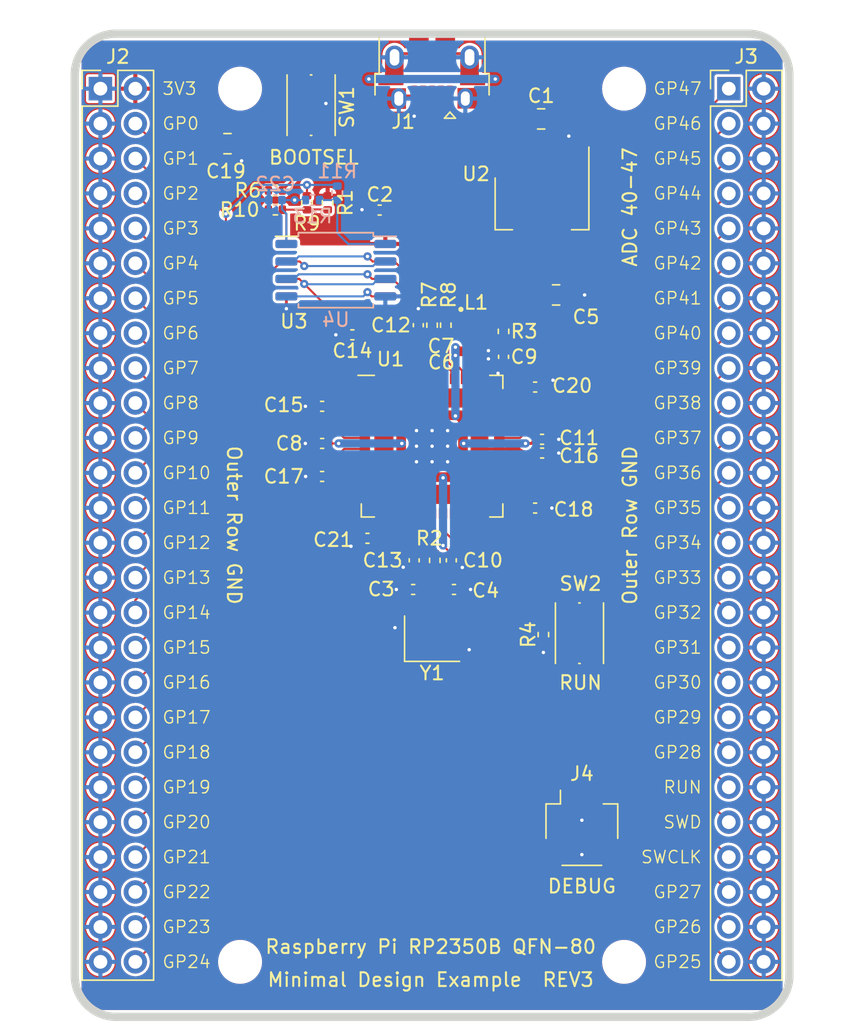
<source format=kicad_pcb>
(kicad_pcb (version 20221018) (generator pcbnew)
  (title_block (title "RP2350B QFN-80 Minimal Design Example") (date "2024-07-04") (rev "REV3") (company "Raspberry Pi Ltd"))
  (layers (0 "F.Cu" signal) (31 "B.Cu" signal) (34 "B.Paste" user) (35 "F.Paste" user) (36 "B.SilkS" user "B.Silkscreen") (37 "F.SilkS" user "F.Silkscreen") (38 "B.Mask" user) (39 "F.Mask" user) (44 "Edge.Cuts" user))
  (net 0 "")
  (net 1 "GND")
  (net 2 "VBUS")
  (net 3 "/XIN")
  (net 4 "/XOUT")
  (net 5 "+3V3")
  (net 6 "+1V1")
  (net 8 "/~{USB_BOOT}")
  (net 9 "/GPIO15")
  (net 10 "/GPIO14")
  (net 11 "/GPIO13")
  (net 12 "/GPIO12")
  (net 13 "/GPIO11")
  (net 14 "/GPIO10")
  (net 15 "/GPIO9")
  (net 16 "/GPIO8")
  (net 17 "/GPIO7")
  (net 18 "/GPIO6")
  (net 19 "/GPIO5")
  (net 20 "/GPIO4")
  (net 21 "/GPIO3")
  (net 22 "/GPIO2")
  (net 23 "/GPIO1")
  (net 24 "/GPIO0")
  (net 25 "/GPIO25")
  (net 26 "/GPIO24")
  (net 27 "/GPIO23")
  (net 28 "/GPIO22")
  (net 29 "/GPIO21")
  (net 30 "/GPIO20")
  (net 31 "/GPIO19")
  (net 32 "/GPIO18")
  (net 33 "/GPIO17")
  (net 34 "/GPIO16")
  (net 35 "/RUN")
  (net 36 "/SWD")
  (net 37 "/SWCLK")
  (net 38 "/QSPI_SS")
  (net 39 "/QSPI_SD3")
  (net 40 "/QSPI_SCLK")
  (net 41 "/QSPI_SD0")
  (net 42 "/QSPI_SD2")
  (net 43 "/QSPI_SD1")
  (net 44 "/USB_D+")
  (net 45 "/USB_D-")
  (net 46 "/VREG_LX")
  (net 47 "Net-(C4-Pad1)")
  (net 48 "/GPIO47_ADC7")
  (net 49 "/GPIO46_ADC6")
  (net 50 "/GPIO45_ADC5")
  (net 51 "/GPIO44_ADC4")
  (net 52 "/GPIO43_ADC3")
  (net 53 "/GPIO42_ADC2")
  (net 54 "/GPIO41_ADC1")
  (net 55 "/GPIO40_ADC0")
  (net 56 "/GPIO39")
  (net 57 "/GPIO38")
  (net 58 "/GPIO37")
  (net 59 "/GPIO36")
  (net 60 "/GPIO35")
  (net 61 "/GPIO34")
  (net 62 "/GPIO33")
  (net 63 "/GPIO32")
  (net 64 "/GPIO31")
  (net 65 "/GPIO30")
  (net 66 "Net-(R4-Pad1)")
  (net 67 "Net-(U1-USB_DP)")
  (net 68 "/GPIO29")
  (net 69 "/GPIO28")
  (net 70 "/GPIO27")
  (net 71 "/GPIO26")
  (net 72 "/FLASH_SS")
  (net 73 "/VREG_AVDD")
  (net 74 "Net-(U1-USB_DM)")
  (net 75 "/FLASH2_SS")
  (footprint "Capacitor_SMD:C_0805_2012Metric" (layer "F.Cu") (at 109.025 89)
    (fp_text reference "C5")
    (fp_text value "10u")
  )
  (footprint "Connector_USB:USB_Micro-B_Amphenol_10103594-0001LF_Horizontal" (layer "F.Cu") (at 99.975 72.835 180)
    (fp_text reference "J1")
    (fp_text value "USB_B_Micro")
  )
  (footprint "Connector_PinHeader_2.54mm:PinHeader_2x26_P2.54mm_Vertical" (layer "F.Cu") (at 75.87 74)
    (fp_text reference "J2")
    (fp_text value "Conn_02x26_Odd_Even")
  )
  (footprint "Capacitor_SMD:C_0402_1005Metric" (layer "F.Cu") (at 92 102.2 180)
    (fp_text reference "C17")
    (fp_text value "100n")
  )
  (footprint "Capacitor_SMD:C_0402_1005Metric" (layer "F.Cu") (at 96.185 82.83 180)
    (fp_text reference "C2")
    (fp_text value "100n")
  )
  (footprint "Resistor_SMD:R_0402_1005Metric" (layer "F.Cu") (at 92.4 82.3 -90)
    (fp_text reference "R1")
    (fp_text value "DNF")
  )
  (footprint "Connector_PinHeader_2.54mm:PinHeader_2x26_P2.54mm_Vertical" (layer "F.Cu") (at 121.59 74)
    (fp_text reference "J3")
    (fp_text value "Conn_02x26_Odd_Even")
  )
  (footprint "Package_TO_SOT_SMD:SOT-223-3_TabPin2" (layer "F.Cu") (at 108 82.35 -90)
    (fp_text reference "U2")
    (fp_text value "NCP1117-3.3_SOT223")
  )
  (footprint "Package_SO:SOIC-8_5.23x5.23mm_P1.27mm" (layer "F.Cu") (at 93 87.2)
    (fp_text reference "U3")
    (fp_text value "W25Q128JVS")
  )
  (footprint "Capacitor_SMD:C_0402_1005Metric" (layer "F.Cu") (at 101.595 110.42)
    (fp_text reference "C4")
    (fp_text value "15p")
  )
  (footprint "Capacitor_SMD:C_0402_1005Metric" (layer "F.Cu") (at 99 91.2 90)
    (fp_text reference "C12")
    (fp_text value "100n")
  )
  (footprint "Capacitor_SMD:C_0402_1005Metric" (layer "F.Cu") (at 108.005 100.5)
    (fp_text reference "C16")
    (fp_text value "100n")
  )
  (footprint "Capacitor_SMD:C_0402_1005Metric" (layer "F.Cu") (at 107.5 104.5)
    (fp_text reference "C18")
    (fp_text value "100n")
  )
  (footprint "Resistor_SMD:R_0402_1005Metric" (layer "F.Cu") (at 100 91.2 -90)
    (fp_text reference "R7")
    (fp_text value "27")
  )
  (footprint "Capacitor_SMD:C_0805_2012Metric" (layer "F.Cu") (at 107.9375 76.2)
    (fp_text reference "C1")
    (fp_text value "10u")
  )
  (footprint "Capacitor_SMD:C_0402_1005Metric" (layer "F.Cu") (at 92 97.1 180)
    (fp_text reference "C15")
    (fp_text value "100n")
  )
  (footprint "Capacitor_SMD:C_0402_1005Metric" (layer "F.Cu") (at 98.625 110.42 180)
    (fp_text reference "C3")
    (fp_text value "15p")
  )
  (footprint "MountingHole:MountingHole_2.7mm_M2.5" (layer "F.Cu") (at 113.97 74)
    (fp_text reference "H2" hide)
    (fp_text value "MountingHole")
  )
  (footprint "Resistor_SMD:R_0402_1005Metric" (layer "F.Cu") (at 101 91.2 -90)
    (fp_text reference "R8")
    (fp_text value "27")
  )
  (footprint "MountingHole:MountingHole_2.7mm_M2.5" (layer "F.Cu") (at 113.97 137.5)
    (fp_text reference "H3" hide)
    (fp_text value "MountingHole")
  )
  (footprint "Capacitor_SMD:C_0402_1005Metric" (layer "F.Cu") (at 107.5 95.7)
    (fp_text reference "C20")
    (fp_text value "100n")
  )
  (footprint "Resistor_SMD:R_0402_1005Metric" (layer "F.Cu") (at 100.2 108.305 -90)
    (fp_text reference "R2")
    (fp_text value "1k")
  )
  (footprint "MountingHole:MountingHole_2.7mm_M2.5" (layer "F.Cu") (at 86.03 74)
    (fp_text reference "H1" hide)
    (fp_text value "MountingHole")
  )
  (footprint "MountingHole:MountingHole_2.7mm_M2.5" (layer "F.Cu") (at 86.03 137.5)
    (fp_text reference "H4" hide)
    (fp_text value "MountingHole")
  )
  (footprint "Crystal:Crystal_SMD_3225-4Pin_3.2x2.5mm" (layer "F.Cu") (at 100 114)
    (fp_text reference "Y1")
    (fp_text value "ABM8-272-T3")
  )
  (footprint "Capacitor_SMD:C_0805_2012Metric" (layer "F.Cu") (at 85.115 78)
    (fp_text reference "C19")
    (fp_text value "10u")
  )
  (footprint "Resistor_SMD:R_0402_1005Metric" (layer "F.Cu") (at 105.2 91.65 -90)
    (fp_text reference "R3")
    (fp_text value "33")
  )
  (footprint "Resistor_SMD:R_0402_1005Metric" (layer "F.Cu") (at 108.1 113.7 -90)
    (fp_text reference "R4")
    (fp_text value "1k")
  )
  (footprint "Connector_JST:JST_SH_SM03B-SRSS-TB_1x03-1MP_P1.00mm_Horizontal" (layer "F.Cu") (at 110.9 127.8)
    (fp_text reference "J4")
    (fp_text value "SM03B-SRSS-TB")
  )
  (footprint "Capacitor_SMD:C_0402_1005Metric" (layer "F.Cu") (at 105.2 93.5 -90)
    (fp_text reference "C9")
    (fp_text value "4.7u")
  )
  (footprint "RP2350_80QFN_minimal:C_0402_1005Metric_small_pads" (layer "F.Cu") (at 103 93)
    (fp_text reference "C7")
    (fp_text value "4.7u")
  )
  (footprint "Capacitor_SMD:C_0402_1005Metric" (layer "F.Cu") (at 94.2 91.9 180)
    (fp_text reference "C14")
    (fp_text value "100n")
  )
  (footprint "Button_Switch_SMD:SW_Push_1P1T_NO_Vertical_Wuerth_434133025816" (layer "F.Cu") (at 91.2 75.2 -90)
    (fp_text reference "SW1")
    (fp_text value "SW_Push")
  )
  (footprint "Resistor_SMD:R_0402_1005Metric" (layer "F.Cu") (at 90.9 82.3 -90)
    (fp_text reference "R9")
    (fp_text value "DNF")
  )
  (footprint "RP2350_80QFN_minimal:C_0402_1005Metric_small_pads" (layer "F.Cu") (at 103 93.95)
    (fp_text reference "C6")
    (fp_text value "4.7u")
  )
  (footprint "Resistor_SMD:R_0402_1005Metric" (layer "F.Cu") (at 88.6 82.8)
    (fp_text reference "R10")
    (fp_text value "0")
  )
  (footprint "Resistor_SMD:R_0402_1005Metric" (layer "F.Cu") (at 88.6 81.4)
    (fp_text reference "R6")
    (fp_text value "1k")
  )
  (footprint "Capacitor_SMD:C_0402_1005Metric" (layer "F.Cu") (at 101.4 108.3 -90)
    (fp_text reference "C10")
    (fp_text value "4.7u")
  )
  (footprint "RP2350_80QFN_minimal:RP2350-QFN-80-1EP_10x10_P0.4mm_EP3.4x3.4mm_ThermalVias" (layer "F.Cu") (at 100 100)
    (fp_text reference "U1")
    (fp_text value "RP2350_80QFN")
  )
  (footprint "RP2350_80QFN_minimal:L_pol_2016" (layer "F.Cu") (at 103 91.35)
    (fp_text reference "L1")
    (fp_text value "3.3u")
  )
  (footprint "Capacitor_SMD:C_0402_1005Metric" (layer "F.Cu") (at 92 99.8 180)
    (fp_text reference "C8")
    (fp_text value "100n")
  )
  (footprint "Capacitor_SMD:C_0402_1005Metric" (layer "F.Cu") (at 95.3 106.7 180)
    (fp_text reference "C21")
    (fp_text value "100n")
  )
  (footprint "Button_Switch_SMD:SW_Push_1P1T_NO_Vertical_Wuerth_434133025816" (layer "F.Cu") (at 110.725 113.6 90)
    (fp_text reference "SW2")
    (fp_text value "SW_Push")
  )
  (footprint "Capacitor_SMD:C_0402_1005Metric" (layer "F.Cu") (at 108 99.5)
    (fp_text reference "C11")
    (fp_text value "100n")
  )
  (footprint "Capacitor_SMD:C_0402_1005Metric" (layer "F.Cu") (at 98.7 108.3 -90)
    (fp_text reference "C13")
    (fp_text value "100n")
  )
  (footprint "Package_SO:SOIC-8_5.23x5.23mm_P1.27mm" (layer "B.Cu") (at 93 87.2 180)
    (fp_text reference "U4")
    (fp_text value "DNF")
  )
  (footprint "Resistor_SMD:R_0402_1005Metric" (layer "B.Cu") (at 93.1 81.59 -90)
    (fp_text reference "R11")
    (fp_text value "DNF")
  )
  (footprint "Resistor_SMD:R_0402_1005Metric" (layer "B.Cu") (at 91.3 82.1)
    (fp_text reference "R13")
    (fp_text value "DNF")
  )
  (footprint "Capacitor_SMD:C_0402_1005Metric" (layer "B.Cu") (at 88.6 82.1 180)
    (fp_text reference "C22")
    (fp_text value "DNF")
  )
  (gr_line (start 123 141.5) (end 77 141.5) (stroke (width 0.6)) (layer "Edge.Cuts"))
  (gr_line (start 126 73) (end 126 138.5) (stroke (width 0.6)) (layer "Edge.Cuts"))
  (gr_line (start 77 70) (end 123 70) (stroke (width 0.6)) (layer "Edge.Cuts"))
  (gr_line (start 74 138.5) (end 74 73) (stroke (width 0.6)) (layer "Edge.Cuts"))
  (gr_arc (start 123 70) (mid 125.12132 70.87868) (end 126 73) (stroke (width 0.6)) (layer "Edge.Cuts"))
  (gr_arc (start 74 73) (mid 74.87868 70.87868) (end 77 70) (stroke (width 0.6)) (layer "Edge.Cuts"))
  (gr_arc (start 77 141.5) (mid 74.878679 140.621321) (end 74 138.5) (stroke (width 0.6)) (layer "Edge.Cuts"))
  (gr_arc (start 126 138.5) (mid 125.121321 140.621321) (end 123 141.5) (stroke (width 0.6)) (layer "Edge.Cuts"))
  (gr_text "GP1" (at 80.315 79.08) (layer "F.SilkS") (effects (font (size 0.9 0.9) (thickness 0.1)) (justify left)))
  (gr_text "GP2" (at 80.315 81.62) (layer "F.SilkS") (effects (font (size 0.9 0.9) (thickness 0.1)) (justify left)))
  (gr_text "GP3" (at 80.315 84.16) (layer "F.SilkS") (effects (font (size 0.9 0.9) (thickness 0.1)) (justify left)))
  (gr_text "GP4" (at 80.315 86.7) (layer "F.SilkS") (effects (font (size 0.9 0.9) (thickness 0.1)) (justify left)))
  (gr_text "GP5" (at 80.315 89.24) (layer "F.SilkS") (effects (font (size 0.9 0.9) (thickness 0.1)) (justify left)))
  (gr_text "GP6" (at 80.315 91.78) (layer "F.SilkS") (effects (font (size 0.9 0.9) (thickness 0.1)) (justify left)))
  (gr_text "GP7" (at 80.315 94.32) (layer "F.SilkS") (effects (font (size 0.9 0.9) (thickness 0.1)) (justify left)))
  (gr_text "GP8" (at 80.315 96.86) (layer "F.SilkS") (effects (font (size 0.9 0.9) (thickness 0.1)) (justify left)))
  (gr_text "GP9" (at 80.315 99.4) (layer "F.SilkS") (effects (font (size 0.9 0.9) (thickness 0.1)) (justify left)))
  (gr_text "GP11" (at 80.315 104.48) (layer "F.SilkS") (effects (font (size 0.9 0.9) (thickness 0.1)) (justify left)))
  (gr_text "GP10" (at 80.315 101.94) (layer "F.SilkS") (effects (font (size 0.9 0.9) (thickness 0.1)) (justify left)))
  (gr_text "GP12" (at 80.315 107.02) (layer "F.SilkS") (effects (font (size 0.9 0.9) (thickness 0.1)) (justify left)))
  (gr_text "GP13" (at 80.315 109.56) (layer "F.SilkS") (effects (font (size 0.9 0.9) (thickness 0.1)) (justify left)))
  (gr_text "GP15" (at 80.315 114.64) (layer "F.SilkS") (effects (font (size 0.9 0.9) (thickness 0.1)) (justify left)))
  (gr_text "GP14" (at 80.315 112.1) (layer "F.SilkS") (effects (font (size 0.9 0.9) (thickness 0.1)) (justify left)))
  (gr_text "GP28" (at 119.685 122.26) (layer "F.SilkS") (effects (font (size 0.9 0.9) (thickness 0.1)) (justify right)))
  (gr_text "GP27" (at 119.685 132.42) (layer "F.SilkS") (effects (font (size 0.9 0.9) (thickness 0.1)) (justify right)))
  (gr_text "GP26" (at 119.685 134.96) (layer "F.SilkS") (effects (font (size 0.9 0.9) (thickness 0.1)) (justify right)))
  (gr_text "GP25" (at 119.685 137.5) (layer "F.SilkS") (effects (font (size 0.9 0.9) (thickness 0.1)) (justify right)))
  (gr_text "GP24" (at 80.315 137.5) (layer "F.SilkS") (effects (font (size 0.9 0.9) (thickness 0.1)) (justify left)))
  (gr_text "GP23" (at 80.315 134.96) (layer "F.SilkS") (effects (font (size 0.9 0.9) (thickness 0.1)) (justify left)))
  (gr_text "GP21" (at 80.315 129.88) (layer "F.SilkS") (effects (font (size 0.9 0.9) (thickness 0.1)) (justify left)))
  (gr_text "GP20" (at 80.315 127.34) (layer "F.SilkS") (effects (font (size 0.9 0.9) (thickness 0.1)) (justify left)))
  (gr_text "GP19" (at 80.315 124.8) (layer "F.SilkS") (effects (font (size 0.9 0.9) (thickness 0.1)) (justify left)))
  (gr_text "GP17" (at 80.315 119.72) (layer "F.SilkS") (effects (font (size 0.9 0.9) (thickness 0.1)) (justify left)))
  (gr_text "GP22" (at 80.315 132.42) (layer "F.SilkS") (effects (font (size 0.9 0.9) (thickness 0.1)) (justify left)))
  (gr_text "GP18" (at 80.315 122.26) (layer "F.SilkS") (effects (font (size 0.9 0.9) (thickness 0.1)) (justify left)))
  (gr_text "SWCLK" (at 119.685 129.88) (layer "F.SilkS") (effects (font (size 0.9 0.9) (thickness 0.1)) (justify right)))
  (gr_text "SWD" (at 119.685 127.34) (layer "F.SilkS") (effects (font (size 0.9 0.9) (thickness 0.1)) (justify right)))
  (gr_text "GP16" (at 80.315 117.18) (layer "F.SilkS") (effects (font (size 0.9 0.9) (thickness 0.1)) (justify left)))
  (gr_text "RUN" (at 119.685 124.8) (layer "F.SilkS") (effects (font (size 0.9 0.9) (thickness 0.1)) (justify right)))
  (gr_text "GP29" (at 119.685 119.72) (layer "F.SilkS") (effects (font (size 0.9 0.9) (thickness 0.1)) (justify right)))
  (gr_text "Outer Row GND" (at 85.6 105.75 270) (layer "F.SilkS") (effects (font (size 1 1))))
  (gr_text "Outer Row GND" (at 114.4 105.75 90) (layer "F.SilkS") (effects (font (size 1 1))))
  (gr_text "Raspberry Pi RP2350B QFN-80" (at 99.9 136.4) (layer "F.SilkS") (effects (font (size 1 1))))
  (gr_text "GP38" (at 119.685 96.86) (layer "F.SilkS") (effects (font (size 0.9 0.9) (thickness 0.1)) (justify right)))
  (gr_text "BOOTSEL" (at 91.4 79) (layer "F.SilkS") (effects (font (size 1 1))))
  (gr_text "Minimal Design Example  REV3" (at 99.9 138.8) (layer "F.SilkS") (effects (font (size 1 1))))
  (gr_text "GP33" (at 119.685 109.56) (layer "F.SilkS") (effects (font (size 0.9 0.9) (thickness 0.1)) (justify right)))
  (gr_text "GP35" (at 119.685 104.48) (layer "F.SilkS") (effects (font (size 0.9 0.9) (thickness 0.1)) (justify right)))
  (gr_text "GP43" (at 119.685 84.16) (layer "F.SilkS") (effects (font (size 0.9 0.9) (thickness 0.1)) (justify right)))
  (gr_text "GP42" (at 119.685 86.7) (layer "F.SilkS") (effects (font (size 0.9 0.9) (thickness 0.1)) (justify right)))
  (gr_text "GP32" (at 119.685 112.1) (layer "F.SilkS") (effects (font (size 0.9 0.9) (thickness 0.1)) (justify right)))
  (gr_text "GP45" (at 119.685 79.08) (layer "F.SilkS") (effects (font (size 0.9 0.9) (thickness 0.1)) (justify right)))
  (gr_text "GP36" (at 119.685 101.94) (layer "F.SilkS") (effects (font (size 0.9 0.9) (thickness 0.1)) (justify right)))
  (gr_text "GP30" (at 119.685 117.18) (layer "F.SilkS") (effects (font (size 0.9 0.9) (thickness 0.1)) (justify right)))
  (gr_text "ADC 40-47" (at 114.4 82.6 90) (layer "F.SilkS") (effects (font (size 1 1))))
  (gr_text "GP40" (at 119.685 91.78) (layer "F.SilkS") (effects (font (size 0.9 0.9) (thickness 0.1)) (justify right)))
  (gr_text "GP34" (at 119.685 107.02) (layer "F.SilkS") (effects (font (size 0.9 0.9) (thickness 0.1)) (justify right)))
  (gr_text "DEBUG" (at 110.9 132) (layer "F.SilkS") (effects (font (size 1 1))))
  (gr_text "GP37" (at 119.685 99.4) (layer "F.SilkS") (effects (font (size 0.9 0.9) (thickness 0.1)) (justify right)))
  (gr_text "GP31" (at 119.685 114.64) (layer "F.SilkS") (effects (font (size 0.9 0.9) (thickness 0.1)) (justify right)))
  (gr_text "GP41" (at 119.685 89.24) (layer "F.SilkS") (effects (font (size 0.9 0.9) (thickness 0.1)) (justify right)))
  (gr_text "GP44" (at 119.685 81.62) (layer "F.SilkS") (effects (font (size 0.9 0.9) (thickness 0.1)) (justify right)))
  (gr_text "RUN" (at 110.8 117.2) (layer "F.SilkS") (effects (font (size 1 1))))
  (gr_text "GP46" (at 119.685 76.54) (layer "F.SilkS") (effects (font (size 0.9 0.9) (thickness 0.1)) (justify right)))
  (gr_text "GP39" (at 119.685 94.32) (layer "F.SilkS") (effects (font (size 0.9 0.9) (thickness 0.1)) (justify right)))
  (gr_text "3V3" (at 80.315 74) (layer "F.SilkS") (effects (font (size 0.9 0.9) (thickness 0.1)) (justify left)))
  (gr_text "GP47" (at 119.685 74) (layer "F.SilkS") (effects (font (size 0.9 0.9) (thickness 0.1)) (justify right)))
  (gr_text "GP0" (at 80.315 76.54) (layer "F.SilkS") (effects (font (size 0.9 0.9) (thickness 0.1)) (justify left)))
  (segment (start 94.2445 107.2755) (end 94.82 106.7) (width 0.15) (layer "F.Cu") (net 1))
  (segment (start 107.98 104.5) (end 108.715 104.5) (width 0.15) (layer "F.Cu") (net 1))
  (segment (start 109.95 77.45) (end 110.3 77.8) (width 0.2) (layer "F.Cu") (net 1))
  (segment (start 102.8 110.42) (end 102.08 110.42) (width 0.15) (layer "F.Cu") (net 1))
  (segment (start 110.9 125.8) (end 110.9 127.2) (width 0.15) (layer "F.Cu") (net 1))
  (segment (start 94.9 82.8) (end 95.375 82.8) (width 0.2) (layer "F.Cu") (net 1))
  (segment (start 110.875 129.675) (end 110.9 129.7) (width 0.15) (layer "F.Cu") (net 1))
  (segment (start 90.78 99.8) (end 91.52 99.8) (width 0.15) (layer "F.Cu") (net 1))
  (segment (start 108.48 99.5) (end 109.22 99.5) (width 0.15) (layer "F.Cu") (net 1))
  (segment (start 113.2 129.675) (end 110.925 129.675) (width 0.15) (layer "F.Cu") (net 1))
  (segment (start 108.8875 76.3875) (end 109.95 77.45) (width 0.2) (layer "F.Cu") (net 1))
  (segment (start 97.78 74.525) (end 97.575 74.73) (width 0.2) (layer "F.Cu") (net 1))
  (segment (start 110.05 89) (end 111.1 89) (width 0.2) (layer "F.Cu") (net 1))
  (segment (start 108.6 129.675) (end 110.875 129.675) (width 0.15) (layer "F.Cu") (net 1))
  (segment (start 98.14 110.42) (end 97.4 110.42) (width 0.2) (layer "F.Cu") (net 1))
  (segment (start 108.8875 76.2) (end 108.8875 76.3875) (width 0.2) (layer "F.Cu") (net 1))
  (segment (start 100.96 71.45) (end 102.46 71.45) (width 0.2) (layer "F.Cu") (net 1))
  (segment (start 108.1 114.18) (end 108.1 115) (width 0.15) (layer "F.Cu") (net 1))
  (segment (start 90.8 102.2) (end 91.52 102.2) (width 0.15) (layer "F.Cu") (net 1))
  (segment (start 108.485 100.5) (end 109.22 100.5) (width 0.15) (layer "F.Cu") (net 1))
  (segment (start 95.375 82.8) (end 95.405 82.83) (width 0.2) (layer "F.Cu") (net 1))
  (segment (start 102.16 108.78) (end 102.2 108.82) (width 0.15) (layer "F.Cu") (net 1))
  (segment (start 92.275 75.075) (end 92.275 73.125) (width 0.15) (layer "F.Cu") (net 1))
  (segment (start 99 90.72) (end 99 90) (width 0.2) (layer "F.Cu") (net 1))
  (segment (start 98.7 74.6) (end 98.7 76) (width 0.2) (layer "F.Cu") (net 1))
  (segment (start 105.2 93.98) (end 105.2 94.3) (width 0.4) (layer "F.Cu") (net 1))
  (segment (start 110.3 77.8) (end 110.3 79.3) (width 0.2) (layer "F.Cu") (net 1))
  (segment (start 92.275 77.275) (end 92.275 73.125) (width 0.15) (layer "F.Cu") (net 1))
  (segment (start 108.3 95.7) (end 108.8 95.2) (width 0.15) (layer "F.Cu") (net 1))
  (segment (start 110.925 129.675) (end 110.9 129.7) (width 0.15) (layer "F.Cu") (net 1))
  (segment (start 97.54 71.45) (end 97.27 71.72) (width 0.2) (layer "F.Cu") (net 1))
  (segment (start 97.9 108.8) (end 98.68 108.8) (width 0.15) (layer "F.Cu") (net 1))
  (segment (start 94.1 107.2755) (end 94.2445 107.2755) (width 0.15) (layer "F.Cu") (net 1))
  (segment (start 102.46 71.45) (end 102.73 71.72) (width 0.2) (layer "F.Cu") (net 1))
  (segment (start 98.68 108.8) (end 98.7 108.78) (width 0.15) (layer "F.Cu") (net 1))
  (segment (start 101.4 108.78) (end 102.16 108.78) (width 0.15) (layer "F.Cu") (net 1))
  (segment (start 89.4 90) (end 89.4 89.105) (width 0.2) (layer "F.Cu") (net 1))
  (segment (start 107.975 95.7) (end 108.3 95.7) (width 0.15) (layer "F.Cu") (net 1))
  (segment (start 93.72 91.9) (end 93 91.9) (width 0.15) (layer "F.Cu") (net 1))
  (segment (start 98.7 74.525) (end 97.78 74.525) (width 0.2) (layer "F.Cu") (net 1))
  (segment (start 90.785 97.1) (end 91.52 97.1) (width 0.15) (layer "F.Cu") (net 1))
  (segment (start 95.405 82.83) (end 95.7 82.83) (width 0.2) (layer "F.Cu") (net 1))
  (segment (start 105.2 94.3) (end 104.8 94.7) (width 0.4) (layer "F.Cu") (net 1))
  (segment (start 99.04 71.45) (end 97.54 71.45) (width 0.2) (layer "F.Cu") (net 1))
  (segment (start 86.14 78) (end 86.14 79.25) (width 0.15) (layer "F.Cu") (net 1))
  (via (at 102.7 114.8) (size 0.6) (drill 0.25) (layers "F.Cu" "B.Cu") (net 1))
  (via (at 97.3 113.2) (size 0.6) (drill 0.25) (layers "F.Cu" "B.Cu") (net 1))
  (via (at 97.9 108.8) (size 0.6) (drill 0.25) (layers "F.Cu" "B.Cu") (net 1))
  (via (at 108.1 115) (size 0.6) (drill 0.25) (layers "F.Cu" "B.Cu") (net 1))
  (via (at 94.9 82.8) (size 0.6) (drill 0.25) (layers "F.Cu" "B.Cu") (net 1))
  (via (at 94.1 107.2755) (size 0.6) (drill 0.25) (layers "F.Cu" "B.Cu") (net 1))
  (via (at 110.9 129.7) (size 0.6) (drill 0.25) (layers "F.Cu" "B.Cu") (net 1))
  (via (at 109.95 77.45) (size 0.6) (drill 0.25) (layers "F.Cu" "B.Cu") (net 1))
  (via (at 99 90) (size 0.6) (drill 0.25) (layers "F.Cu" "B.Cu") (net 1))
  (via (at 102.2 108.82) (size 0.6) (drill 0.25) (layers "F.Cu" "B.Cu") (net 1))
  (via (at 104.1 93.65) (size 0.6) (drill 0.25) (layers "F.Cu" "B.Cu") (net 1))
  (via (at 86.14 79.25) (size 0.6) (drill 0.25) (layers "F.Cu" "B.Cu") (net 1))
  (via (at 89.4 90) (size 0.6) (drill 0.25) (layers "F.Cu" "B.Cu") (net 1))
  (via (at 90.78 99.8) (size 0.6) (drill 0.25) (layers "F.Cu" "B.Cu") (net 1))
  (via (at 111.1 89) (size 0.6) (drill 0.25) (layers "F.Cu" "B.Cu") (net 1))
  (via (at 102.8 110.42) (size 0.6) (drill 0.25) (layers "F.Cu" "B.Cu") (net 1))
  (via (at 108.715 104.5) (size 0.6) (drill 0.25) (layers "F.Cu" "B.Cu") (net 1))
  (via (at 109.22 100.5) (size 0.6) (drill 0.25) (layers "F.Cu" "B.Cu") (net 1))
  (via (at 104.1 93.05) (size 0.6) (drill 0.25) (layers "F.Cu" "B.Cu") (net 1))
  (via (at 98.7 76) (size 0.6) (drill 0.25) (layers "F.Cu" "B.Cu") (net 1))
  (via (at 108.8 95.2) (size 0.6) (drill 0.25) (layers "F.Cu" "B.Cu") (net 1))
  (via (at 110.9 127.2) (size 0.6) (drill 0.25) (layers "F.Cu" "B.Cu") (net 1))
  (via (at 109.22 99.5) (size 0.6) (drill 0.25) (layers "F.Cu" "B.Cu") (net 1))
  (via (at 90.785 97.1) (size 0.6) (drill 0.25) (layers "F.Cu" "B.Cu") (net 1))
  (via (at 97.4 110.42) (size 0.6) (drill 0.25) (layers "F.Cu" "B.Cu") (net 1))
  (via (at 90.8 102.2) (size 0.6) (drill 0.25) (layers "F.Cu" "B.Cu") (net 1))
  (via (at 93 91.9) (size 0.6) (drill 0.25) (layers "F.Cu" "B.Cu") (net 1))
  (via (at 104.8 94.7) (size 0.6) (drill 0.25) (layers "F.Cu" "B.Cu") (net 1))
  (via (at 92.275 75.075) (size 0.6) (drill 0.25) (layers "F.Cu" "B.Cu") (net 1))
  (segment (start 101.3 75.5) (end 102.1 76.3) (width 0.4) (layer "F.Cu") (net 2))
  (segment (start 101.3 74.525) (end 101.3 75.5) (width 0.4) (layer "F.Cu") (net 2))
  (segment (start 99 110.31) (end 100 111.31) (width 0.15) (layer "F.Cu") (net 3))
  (segment (start 100 113.925) (end 99.075 114.85) (width 0.15) (layer "F.Cu") (net 3))
  (segment (start 99.8 107.3) (end 99.6 107.5) (width 0.15) (layer "F.Cu") (net 3))
  (segment (start 99.6 107.5) (end 99.6 109.925) (width 0.15) (layer "F.Cu") (net 3))
  (segment (start 99.8 104.8965) (end 99.8 107.3) (width 0.15) (layer "F.Cu") (net 3))
  (segment (start 99.6 109.925) (end 99.105 110.42) (width 0.15) (layer "F.Cu") (net 3))
  (segment (start 100 111.31) (end 100 113.925) (width 0.15) (layer "F.Cu") (net 3))
  (segment (start 99.075 114.85) (end 98.9 114.85) (width 0.15) (layer "F.Cu") (net 3))
  (segment (start 100.2 104.8965) (end 100.2 107.825) (width 0.15) (layer "F.Cu") (net 4))
  (segment (start 97.4 104.8965) (end 97.4 105.8) (width 0.15) (layer "F.Cu") (net 5))
  (segment (start 95.3 91.9) (end 94.68 91.9) (width 0.15) (layer "F.Cu") (net 5))
  (segment (start 97.4 104.8965) (end 97.4 104.1) (width 0.2) (layer "F.Cu") (net 5))
  (segment (start 99 91.68) (end 99 92.1) (width 0.15) (layer "F.Cu") (net 5))
  (segment (start 105.3 103.8) (end 106 104.5) (width 0.15) (layer "F.Cu") (net 5))
  (segment (start 99.4 104.8965) (end 99.4 104.1) (width 0.2) (layer "F.Cu") (net 5))
  (segment (start 104.61 100.2) (end 106.3 100.2) (width 0.15) (layer "F.Cu") (net 5))
  (segment (start 106.3 100.2) (end 106.6 100.5) (width 0.15) (layer "F.Cu") (net 5))
  (segment (start 95.78 106.7) (end 95.78 107.22) (width 0.15) (layer "F.Cu") (net 5))
  (segment (start 93.6 102.2) (end 94 101.8) (width 0.15) (layer "F.Cu") (net 5))
  (segment (start 104.8965 100.2) (end 103.8 100.2) (width 0.2) (layer "F.Cu") (net 5))
  (segment (start 100.6 95.1035) (end 100.6 95.9) (width 0.2) (layer "F.Cu") (net 5))
  (segment (start 95.1035 101.8) (end 95.9 101.8) (width 0.2) (layer "F.Cu") (net 5))
  (segment (start 92.48 102.2) (end 93.6 102.2) (width 0.15) (layer "F.Cu") (net 5))
  (segment (start 99 92.1) (end 100.5 93.6) (width 0.15) (layer "F.Cu") (net 5))
  (segment (start 93.3 97.1) (end 92.48 97.1) (width 0.15) (layer "F.Cu") (net 5))
  (segment (start 94 97.8) (end 93.3 97.1) (width 0.15) (layer "F.Cu") (net 5))
  (segment (start 94 101.8) (end 95.39 101.8) (width 0.15) (layer "F.Cu") (net 5))
  (segment (start 106 104.5) (end 107.02 104.5) (width 0.15) (layer "F.Cu") (net 5))
  (segment (start 100.5 93.6) (end 100.5 94.1) (width 0.15) (layer "F.Cu") (net 5))
  (segment (start 100.5 94.1) (end 100.6 94.2) (width 0.15) (layer "F.Cu") (net 5))
  (segment (start 97.4 105.8) (end 96.5 106.7) (width 0.15) (layer "F.Cu") (net 5))
  (segment (start 101 95.1035) (end 101 94.6) (width 0.15) (layer "F.Cu") (net 5))
  (segment (start 97.8 95.1035) (end 97.8 95.9) (width 0.2) (layer "F.Cu") (net 5))
  (segment (start 96.65 82.85) (end 96.67 82.83) (width 0.2) (layer "F.Cu") (net 5))
  (segment (start 95.1035 97.8) (end 94 97.8) (width 0.15) (layer "F.Cu") (net 5))
  (segment (start 101 94.6) (end 100.5 94.1) (width 0.15) (layer "F.Cu") (net 5))
  (segment (start 101 95.1035) (end 101 95.9) (width 0.2) (layer "F.Cu") (net 5))
  (segment (start 106.6 100.5) (end 107.525 100.5) (width 0.15) (layer "F.Cu") (net 5))
  (segment (start 104.8965 103.8) (end 105.3 103.8) (width 0.15) (layer "F.Cu") (net 5))
  (segment (start 99.4 107.12) (end 98.7 107.82) (width 0.15) (layer "F.Cu") (net 5))
  (segment (start 97.8 94.4) (end 95.3 91.9) (width 0.15) (layer "F.Cu") (net 5))
  (segment (start 105.7 96.6) (end 104.8965 96.6) (width 0.15) (layer "F.Cu") (net 5))
  (segment (start 100.6 94.2) (end 100.6 95.1035) (width 0.15) (layer "F.Cu") (net 5))
  (segment (start 107.015 95.7) (end 106.6 95.7) (width 0.15) (layer "F.Cu") (net 5))
  (segment (start 99.4 104.61) (end 99.4 107.12) (width 0.15) (layer "F.Cu") (net 5))
  (segment (start 96.5 106.7) (end 95.98 106.7) (width 0.15) (layer "F.Cu") (net 5))
  (segment (start 97.8 95.1035) (end 97.8 94.4) (width 0.15) (layer "F.Cu") (net 5))
  (segment (start 95.1035 97.8) (end 95.9 97.8) (width 0.2) (layer "F.Cu") (net 5))
  (segment (start 107.02 95.695) (end 107.015 95.7) (width 0.15) (layer "F.Cu") (net 5))
  (segment (start 102.6 95.1035) (end 102.6 95.9) (width 0.2) (layer "F.Cu") (net 5))
  (segment (start 95.78 107.22) (end 95.5 107.5) (width 0.15) (layer "F.Cu") (net 5))
  (segment (start 106.6 95.7) (end 105.7 96.6) (width 0.15) (layer "F.Cu") (net 5))
  (via (at 95.4 73.3) (size 0.6) (drill 0.25) (layers "F.Cu" "B.Cu") (net 5))
  (via (at 90 82.1) (size 0.6) (drill 0.25) (layers "F.Cu" "B.Cu") (net 5))
  (via (at 104.6 73.3) (size 0.6) (drill 0.25) (layers "F.Cu" "B.Cu") (net 5))
  (segment (start 89.08 82.78) (end 89.4 83.1) (width 0.15) (layer "B.Cu") (net 5))
  (segment (start 89.08 82.1) (end 90 82.1) (width 0.15) (layer "B.Cu") (net 5))
  (segment (start 89.08 82.1) (end 89.08 82.78) (width 0.15) (layer "B.Cu") (net 5))
  (segment (start 104.6 73.3) (end 95.4 73.3) (width 0.6) (layer "B.Cu") (net 5))
  (segment (start 89.4 83.1) (end 89.4 85.295) (width 0.15) (layer "B.Cu") (net 5))
  (segment (start 90.79 82.1) (end 90 82.1) (width 0.15) (layer "B.Cu") (net 5))
  (segment (start 102.2 95.1035) (end 102.175 95.0785) (width 0.15) (layer "F.Cu") (net 6))
  (segment (start 101.9 94.200736) (end 101.9 93) (width 0.15) (layer "F.Cu") (net 6))
  (segment (start 102.175 94.5) (end 102.075 94.4) (width 0.15) (layer "F.Cu") (net 6))
  (segment (start 102.075 94.375736) (end 101.9 94.200736) (width 0.15) (layer "F.Cu") (net 6))
  (segment (start 100.6 107.02) (end 100.8 107.22) (width 0.15) (layer "F.Cu") (net 6))
  (segment (start 101.9 93) (end 101.7 92.8) (width 0.15) (layer "F.Cu") (net 6))
  (segment (start 107.22 99.8) (end 107.52 99.5) (width 0.2) (layer "F.Cu") (net 6))
  (segment (start 106.8 99.8) (end 107.22 99.8) (width 0.2) (layer "F.Cu") (net 6))
  (segment (start 92.48 99.8) (end 93.2 99.8) (width 0.15) (layer "F.Cu") (net 6))
  (segment (start 100.6 104.8965) (end 100.6 107.02) (width 0.15) (layer "F.Cu") (net 6))
  (segment (start 101.4 107.82) (end 100.8 107.22) (width 0.15) (layer "F.Cu") (net 6))
  (segment (start 104.8965 99.8) (end 106.8 99.8) (width 0.15) (layer "F.Cu") (net 6))
  (segment (start 102.075 94.4) (end 102.075 94.375736) (width 0.15) (layer "F.Cu") (net 6))
  (segment (start 93.2 99.8) (end 95.1035 99.8) (width 0.2) (layer "F.Cu") (net 6))
  (segment (start 102.175 95.0785) (end 102.175 94.5) (width 0.15) (layer "F.Cu") (net 6))
  (via (at 101.7 97.8) (size 0.6) (drill 0.25) (layers "F.Cu" "B.Cu") (net 6))
  (via (at 106.8 99.8) (size 0.6) (drill 0.25) (layers "F.Cu" "B.Cu") (net 6))
  (via (at 101.7 93.4) (size 0.6) (drill 0.25) (layers "F.Cu" "B.Cu") (net 6))
  (via (at 100.8 102.3) (size 0.6) (drill 0.25) (layers "F.Cu" "B.Cu") (net 6))
  (via (at 97.8 99.8) (size 0.6) (drill 0.25) (layers "F.Cu" "B.Cu") (net 6))
  (via (at 100.8 107.22) (size 0.6) (drill 0.25) (layers "F.Cu" "B.Cu") (net 6))
  (via (at 93.2 99.8) (size 0.6) (drill 0.25) (layers "F.Cu" "B.Cu") (net 6))
  (via (at 102.3 99.8) (size 0.6) (drill 0.25) (layers "F.Cu" "B.Cu") (net 6))
  (via (at 101.7 92.8) (size 0.6) (drill 0.25) (layers "F.Cu" "B.Cu") (net 6))
  (segment (start 97.8 99.8) (end 93.2 99.8) (width 0.6) (layer "B.Cu") (net 6))
  (segment (start 100.8 102.3) (end 100.8 107.22) (width 0.6) (layer "B.Cu") (net 6))
  (segment (start 101.7 92.8) (end 101.7 97.8) (width 0.6) (layer "B.Cu") (net 6))
  (segment (start 102.3 99.8) (end 106.8 99.8) (width 0.6) (layer "B.Cu") (net 6))
  (segment (start 89.11 81.4) (end 90.125 80.385) (width 0.15) (layer "F.Cu") (net 8))
  (segment (start 90.125 77.25) (end 90.125 73.125) (width 0.15) (layer "F.Cu") (net 8))
  (segment (start 90.125 80.385) (end 90.125 77.25) (width 0.15) (layer "F.Cu") (net 8))
  (segment (start 79.5 113.55) (end 79.5 111.3) (width 0.15) (layer "F.Cu") (net 9))
  (segment (start 89.2 101.6) (end 93.7 101.6) (width 0.15) (layer "F.Cu") (net 9))
  (segment (start 93.9 101.4) (end 95.1035 101.4) (width 0.15) (layer "F.Cu") (net 9))
  (segment (start 93.7 101.6) (end 93.9 101.4) (width 0.15) (layer "F.Cu") (net 9))
  (segment (start 78.41 114.64) (end 79.5 113.55) (width 0.15) (layer "F.Cu") (net 9))
  (segment (start 79.5 111.3) (end 89.2 101.6) (width 0.15) (layer "F.Cu") (net 9))
  (segment (start 88.4 101.2) (end 93.6 101.2) (width 0.15) (layer "F.Cu") (net 10))
  (segment (start 93.8 101) (end 95.1035 101) (width 0.15) (layer "F.Cu") (net 10))
  (segment (start 93.6 101.2) (end 93.8 101) (width 0.15) (layer "F.Cu") (net 10))
  (segment (start 78.41 111.19) (end 88.4 101.2) (width 0.15) (layer "F.Cu") (net 10))
  (segment (start 78.41 112.1) (end 78.41 111.19) (width 0.15) (layer "F.Cu") (net 10))
  (segment (start 87.17 100.8) (end 93.5 100.8) (width 0.15) (layer "F.Cu") (net 11))
  (segment (start 93.5 100.8) (end 93.7 100.6) (width 0.15) (layer "F.Cu") (net 11))
  (segment (start 93.7 100.6) (end 95.1035 100.6) (width 0.15) (layer "F.Cu") (net 11))
  (segment (start 78.41 109.56) (end 87.17 100.8) (width 0.15) (layer "F.Cu") (net 11))
  (segment (start 93.4 100.4) (end 93.6 100.2) (width 0.15) (layer "F.Cu") (net 12))
  (segment (start 85.03 100.4) (end 93.4 100.4) (width 0.15) (layer "F.Cu") (net 12))
  (segment (start 78.41 107.02) (end 85.03 100.4) (width 0.15) (layer "F.Cu") (net 12))
  (segment (start 93.6 100.2) (end 95.1035 100.2) (width 0.15) (layer "F.Cu") (net 12))
  (segment (start 78.42 104.48) (end 83.9 99) (width 0.15) (layer "F.Cu") (net 13))
  (segment (start 83.9 99) (end 93.2 99) (width 0.15) (layer "F.Cu") (net 13))
  (segment (start 93.2 99) (end 93.6 99.4) (width 0.15) (layer "F.Cu") (net 13))
  (segment (start 93.6 99.4) (end 95.1035 99.4) (width 0.15) (layer "F.Cu") (net 13))
  (segment (start 78.41 104.48) (end 78.42 104.48) (width 0.15) (layer "F.Cu") (net 13))
  (segment (start 78.41 101.94) (end 81.75 98.6) (width 0.15) (layer "F.Cu") (net 14))
  (segment (start 93.3 98.6) (end 93.7 99) (width 0.15) (layer "F.Cu") (net 14))
  (segment (start 81.75 98.6) (end 93.3 98.6) (width 0.15) (layer "F.Cu") (net 14))
  (segment (start 93.7 99) (end 95.1035 99) (width 0.15) (layer "F.Cu") (net 14))
  (segment (start 79.61 98.2) (end 93.406066 98.2) (width 0.15) (layer "F.Cu") (net 15))
  (segment (start 78.41 99.4) (end 79.61 98.2) (width 0.15) (layer "F.Cu") (net 15))
  (segment (start 93.406066 98.2) (end 93.806066 98.6) (width 0.15) (layer "F.Cu") (net 15))
  (segment (start 93.806066 98.6) (end 95.1035 98.6) (width 0.15) (layer "F.Cu") (net 15))
  (segment (start 95.1035 98.2) (end 93.9 98.2) (width 0.15) (layer "F.Cu") (net 16))
  (segment (start 93.9 98.2) (end 93.5 97.8) (width 0.15) (layer "F.Cu") (net 16))
  (segment (start 79.35 97.8) (end 78.41 96.86) (width 0.15) (layer "F.Cu") (net 16))
  (segment (start 93.5 97.8) (end 79.35 97.8) (width 0.15) (layer "F.Cu") (net 16))
  (segment (start 92.7 96) (end 80.09 96) (width 0.15) (layer "F.Cu") (net 17))
  (segment (start 80.09 96) (end 78.41 94.32) (width 0.15) (layer "F.Cu") (net 17))
  (segment (start 94.1 97.4) (end 92.7 96) (width 0.15) (layer "F.Cu") (net 17))
  (segment (start 95.1035 97.4) (end 94.1 97.4) (width 0.15) (layer "F.Cu") (net 17))
  (segment (start 94.2 97) (end 92.8 95.6) (width 0.15) (layer "F.Cu") (net 18))
  (segment (start 82.23 95.6) (end 78.41 91.78) (width 0.15) (layer "F.Cu") (net 18))
  (segment (start 92.8 95.6) (end 82.23 95.6) (width 0.15) (layer "F.Cu") (net 18))
  (segment (start 95.1035 97) (end 94.2 97) (width 0.15) (layer "F.Cu") (net 18))
  (segment (start 83.2 95.2) (end 80 92) (width 0.15) (layer "F.Cu") (net 19))
  (segment (start 80 92) (end 80 90.83) (width 0.15) (layer "F.Cu") (net 19))
  (segment (start 94.3 96.6) (end 92.9 95.2) (width 0.15) (layer "F.Cu") (net 19))
  (segment (start 80 90.83) (end 78.41 89.24) (width 0.15) (layer "F.Cu") (net 19))
  (segment (start 95.1035 96.6) (end 94.3 96.6) (width 0.15) (layer "F.Cu") (net 19))
  (segment (start 92.9 95.2) (end 83.2 95.2) (width 0.15) (layer "F.Cu") (net 19))
  (segment (start 94.4 96.2) (end 93 94.8) (width 0.15) (layer "F.Cu") (net 20))
  (segment (start 81 89.29) (end 78.41 86.7) (width 0.15) (layer "F.Cu") (net 20))
  (segment (start 93 94.8) (end 84 94.8) (width 0.15) (layer "F.Cu") (net 20))
  (segment (start 84 94.8) (end 81 91.8) (width 0.15) (layer "F.Cu") (net 20))
  (segment (start 95.1035 96.2) (end 94.4 96.2) (width 0.15) (layer "F.Cu") (net 20))
  (segment (start 81 91.8) (end 81 89.29) (width 0.15) (layer "F.Cu") (net 20))
  (segment (start 95.775 94.4) (end 84.8 94.4) (width 0.15) (layer "F.Cu") (net 21))
  (segment (start 82 91.6) (end 82 87.7325) (width 0.15) (layer "F.Cu") (net 21))
  (segment (start 84.8 94.4) (end 82 91.6) (width 0.15) (layer "F.Cu") (net 21))
  (segment (start 96.2 94.825) (end 95.775 94.4) (width 0.15) (layer "F.Cu") (net 21))
  (segment (start 78.4275 84.16) (end 78.41 84.16) (width 0.15) (layer "F.Cu") (net 21))
  (segment (start 82 87.7325) (end 78.4275 84.16) (width 0.15) (layer "F.Cu") (net 21))
  (segment (start 96.2 95.1035) (end 96.2 94.825) (width 0.15) (layer "F.Cu") (net 21))
  (segment (start 96.6 95.1035) (end 96.6 94.7) (width 0.15) (layer "F.Cu") (net 22))
  (segment (start 83 91.4) (end 83 86.21) (width 0.15) (layer "F.Cu") (net 22))
  (segment (start 95.9 94) (end 85.6 94) (width 0.15) (layer "F.Cu") (net 22))
  (segment (start 85.6 94) (end 83 91.4) (width 0.15) (layer "F.Cu") (net 22))
  (segment (start 96.6 94.7) (end 95.9 94) (width 0.15) (layer "F.Cu") (net 22))
  (segment (start 83 86.21) (end 78.41 81.62) (width 0.15) (layer "F.Cu") (net 22))
  (segment (start 97 95.1035) (end 97 94.6) (width 0.15) (layer "F.Cu") (net 23))
  (segment (start 78.4275 79.08) (end 78.41 79.08) (width 0.15) (layer "F.Cu") (net 23))
  (segment (start 84 91.2) (end 84 84.6525) (width 0.15) (layer "F.Cu") (net 23))
  (segment (start 96 93.6) (end 86.4 93.6) (width 0.15) (layer "F.Cu") (net 23))
  (segment (start 97 94.6) (end 96 93.6) (width 0.15) (layer "F.Cu") (net 23))
  (segment (start 84 84.6525) (end 78.4275 79.08) (width 0.15) (layer "F.Cu") (net 23))
  (segment (start 86.4 93.6) (end 84 91.2) (width 0.15) (layer "F.Cu") (net 23))
  (segment (start 85 91) (end 85 83.13) (width 0.15) (layer "F.Cu") (net 24))
  (segment (start 90.9 81.82) (end 90.9 81) (width 0.15) (layer "F.Cu") (net 24))
  (segment (start 96.1 93.2) (end 87.2 93.2) (width 0.15) (layer "F.Cu") (net 24))
  (segment (start 97.4 94.5) (end 96.1 93.2) (width 0.15) (layer "F.Cu") (net 24))
  (segment (start 97.4 95.1035) (end 97.4 94.5) (width 0.15) (layer "F.Cu") (net 24))
  (segment (start 85 83.13) (end 78.41 76.54) (width 0.15) (layer "F.Cu") (net 24))
  (segment (start 87.2 93.2) (end 85 91) (width 0.15) (layer "F.Cu") (net 24))
  (via (at 85 83.1) (size 0.6) (drill 0.25) (layers "F.Cu" "B.Cu") (net 24))
  (via (at 90.9 81) (size 0.6) (drill 0.25) (layers "F.Cu" "B.Cu") (net 24))
  (segment (start 90.9 81) (end 87.1 81) (width 0.15) (layer "B.Cu") (net 24))
  (segment (start 90.9 81) (end 93.02 81) (width 0.15) (layer "B.Cu") (net 24))
  (segment (start 93.02 81) (end 93.1 81.08) (width 0.15) (layer "B.Cu") (net 24))
  (segment (start 87.1 81) (end 85 83.1) (width 0.15) (layer "B.Cu") (net 24))
  (segment (start 98.2 104.8965) (end 98.2 106) (width 0.15) (layer "F.Cu") (net 25))
  (segment (start 105.9 133.4) (end 117.49 133.4) (width 0.15) (layer "F.Cu") (net 25))
  (segment (start 117.49 133.4) (end 121.59 137.5) (width 0.15) (layer "F.Cu") (net 25))
  (segment (start 94.6 122.1) (end 105.9 133.4) (width 0.15) (layer "F.Cu") (net 25))
  (segment (start 94.6 109.6) (end 94.6 122.1) (width 0.15) (layer "F.Cu") (net 25))
  (segment (start 98.2 106) (end 94.6 109.6) (width 0.15) (layer "F.Cu") (net 25))
  (segment (start 97.8 105.9) (end 93.8 109.9) (width 0.15) (layer "F.Cu") (net 26))
  (segment (start 97.8 104.8965) (end 97.8 105.9) (width 0.15) (layer "F.Cu") (net 26))
  (segment (start 93.8 122.11) (end 78.41 137.5) (width 0.15) (layer "F.Cu") (net 26))
  (segment (start 93.8 109.9) (end 93.8 122.11) (width 0.15) (layer "F.Cu") (net 26))
  (segment (start 78.41 134.96) (end 87 126.37) (width 0.15) (layer "F.Cu") (net 27))
  (segment (start 87 126.37) (end 87 113.4) (width 0.15) (layer "F.Cu") (net 27))
  (segment (start 97 105.5) (end 97 104.8965) (width 0.15) (layer "F.Cu") (net 27))
  (segment (start 96.5 106) (end 97 105.5) (width 0.15) (layer "F.Cu") (net 27))
  (segment (start 94.4 106) (end 96.5 106) (width 0.15) (layer "F.Cu") (net 27))
  (segment (start 87 113.4) (end 94.4 106) (width 0.15) (layer "F.Cu") (net 27))
  (segment (start 78.41 132.42) (end 86 124.83) (width 0.15) (layer "F.Cu") (net 28))
  (segment (start 96.6 105.4) (end 96.6 104.8965) (width 0.15) (layer "F.Cu") (net 28))
  (segment (start 93.6 105.6) (end 96.4 105.6) (width 0.15) (layer "F.Cu") (net 28))
  (segment (start 86 124.83) (end 86 113.2) (width 0.15) (layer "F.Cu") (net 28))
  (segment (start 96.4 105.6) (end 96.6 105.4) (width 0.15) (layer "F.Cu") (net 28))
  (segment (start 86 113.2) (end 93.6 105.6) (width 0.15) (layer "F.Cu") (net 28))
  (segment (start 85 123.29) (end 85 113) (width 0.15) (layer "F.Cu") (net 29))
  (segment (start 78.41 129.88) (end 85 123.29) (width 0.15) (layer "F.Cu") (net 29))
  (segment (start 92.8 105.2) (end 95.6 105.2) (width 0.15) (layer "F.Cu") (net 29))
  (segment (start 95.6 105.2) (end 95.9035 104.8965) (width 0.15) (layer "F.Cu") (net 29))
  (segment (start 95.9035 104.8965) (end 96.2 104.8965) (width 0.15) (layer "F.Cu") (net 29))
  (segment (start 85 113) (end 92.8 105.2) (width 0.15) (layer "F.Cu") (net 29))
  (segment (start 84 112.75) (end 92.25 104.5) (width 0.15) (layer "F.Cu") (net 30))
  (segment (start 92.25 104.5) (end 93.8 104.5) (width 0.15) (layer "F.Cu") (net 30))
  (segment (start 78.41 127.34) (end 84 121.75) (width 0.15) (layer "F.Cu") (net 30))
  (segment (start 93.8 104.5) (end 94.5 103.8) (width 0.15) (layer "F.Cu") (net 30))
  (segment (start 94.5 103.8) (end 95.1035 103.8) (width 0.15) (layer "F.Cu") (net 30))
  (segment (start 84 121.75) (end 84 112.75) (width 0.15) (layer "F.Cu") (net 30))
  (segment (start 78.41 124.8) (end 83 120.21) (width 0.15) (layer "F.Cu") (net 31))
  (segment (start 83 112.5) (end 91.39598 104.10402) (width 0.15) (layer "F.Cu") (net 31))
  (segment (start 93.69598 104.10402) (end 94.4 103.4) (width 0.15) (layer "F.Cu") (net 31))
  (segment (start 94.4 103.4) (end 95.1035 103.4) (width 0.15) (layer "F.Cu") (net 31))
  (segment (start 83 120.21) (end 83 112.5) (width 0.15) (layer "F.Cu") (net 31))
  (segment (start 91.39598 104.10402) (end 93.69598 104.10402) (width 0.15) (layer "F.Cu") (net 31))
  (segment (start 82 118.67) (end 82 112.3) (width 0.15) (layer "F.Cu") (net 32))
  (segment (start 93.6 103.7) (end 94.3 103) (width 0.15) (layer "F.Cu") (net 32))
  (segment (start 90.6 103.7) (end 93.6 103.7) (width 0.15) (layer "F.Cu") (net 32))
  (segment (start 82 112.3) (end 90.6 103.7) (width 0.15) (layer "F.Cu") (net 32))
  (segment (start 78.41 122.26) (end 82 118.67) (width 0.15) (layer "F.Cu") (net 32))
  (segment (start 94.3 103) (end 95.1035 103) (width 0.15) (layer "F.Cu") (net 32))
  (segment (start 81 117.13) (end 81 112.15) (width 0.15) (layer "F.Cu") (net 33))
  (segment (start 89.85 103.3) (end 93.5 103.3) (width 0.15) (layer "F.Cu") (net 33))
  (segment (start 94.2 102.6) (end 95.1035 102.6) (width 0.15) (layer "F.Cu") (net 33))
  (segment (start 93.5 103.3) (end 94.2 102.6) (width 0.15) (layer "F.Cu") (net 33))
  (segment (start 81 112.15) (end 89.85 103.3) (width 0.15) (layer "F.Cu") (net 33))
  (segment (start 78.41 119.72) (end 81 117.13) (width 0.15) (layer "F.Cu") (net 33))
  (segment (start 94.1 102.2) (end 95.1035 102.2) (width 0.15) (layer "F.Cu") (net 34))
  (segment (start 78.41 117.18) (end 80 115.59) (width 0.15) (layer "F.Cu") (net 34))
  (segment (start 89.1 102.9) (end 93.4 102.9) (width 0.15) (layer "F.Cu") (net 34))
  (segment (start 80 115.59) (end 80 112) (width 0.15) (layer "F.Cu") (net 34))
  (segment (start 93.4 102.9) (end 94.1 102.2) (width 0.15) (layer "F.Cu") (net 34))
  (segment (start 80 112) (end 89.1 102.9) (width 0.15) (layer "F.Cu") (net 34))
  (segment (start 111.8 115.675) (end 112.465 115.675) (width 0.15) (layer "F.Cu") (net 35))
  (segment (start 101.8 106) (end 104 108.2) (width 0.15) (layer "F.Cu") (net 35))
  (segment (start 111.8 111) (end 111.8 111.55) (width 0.15) (layer "F.Cu") (net 35))
  (segment (start 111.8 115.675) (end 111.8 111.55) (width 0.15) (layer "F.Cu") (net 35))
  (segment (start 101.8 104.8965) (end 101.8 106) (width 0.15) (layer "F.Cu") (net 35))
  (segment (start 109 108.2) (end 111.8 111) (width 0.15) (layer "F.Cu") (net 35))
  (segment (start 112.465 115.675) (end 121.59 124.8) (width 0.15) (layer "F.Cu") (net 35))
  (segment (start 104 108.2) (end 109 108.2) (width 0.15) (layer "F.Cu") (net 35))
  (segment (start 120.05 125.8) (end 121.59 127.34) (width 0.15) (layer "F.Cu") (net 36))
  (segment (start 111.9 125.3) (end 111.9 125.8) (width 0.15) (layer "F.Cu") (net 36))
  (segment (start 111.9 125.8) (end 120.05 125.8) (width 0.15) (layer "F.Cu") (net 36))
  (segment (start 105.1 118.5) (end 111.9 125.3) (width 0.15) (layer "F.Cu") (net 36))
  (segment (start 101.4 104.8965) (end 101.4 106.187868) (width 0.15) (layer "F.Cu") (net 36))
  (segment (start 105.1 109.887868) (end 105.1 118.5) (width 0.15) (layer "F.Cu") (net 36))
  (segment (start 101.4 106.187868) (end 105.1 109.887868) (width 0.15) (layer "F.Cu") (net 36))
  (segment (start 120.01 128.3) (end 121.59 129.88) (width 0.15) (layer "F.Cu") (net 37))
  (segment (start 104.3 109.6) (end 104.3 119.8) (width 0.15) (layer "F.Cu") (net 37))
  (segment (start 104.3 119.8) (end 109.9 125.4) (width 0.15) (layer "F.Cu") (net 37))
  (segment (start 101 104.8965) (end 101 106.3) (width 0.15) (layer "F.Cu") (net 37))
  (segment (start 101 106.3) (end 104.3 109.6) (width 0.15) (layer "F.Cu") (net 37))
  (segment (start 109.9 125.8) (end 109.9 127.4) (width 0.15) (layer "F.Cu") (net 37))
  (segment (start 121.58 129.88) (end 121.59 129.88) (width 0.15) (layer "F.Cu") (net 37))
  (segment (start 110.8 128.3) (end 120.01 128.3) (width 0.15) (layer "F.Cu") (net 37))
  (segment (start 109.9 125.4) (end 109.9 125.8) (width 0.15) (layer "F.Cu") (net 37))
  (segment (start 109.9 127.4) (end 110.8 128.3) (width 0.15) (layer "F.Cu") (net 37))
  (segment (start 88.09 82.83) (end 88.09 81.4) (width 0.15) (layer "F.Cu") (net 38))
  (segment (start 98.2 95.1035) (end 98.2 94.3) (width 0.15) (layer "F.Cu") (net 38))
  (segment (start 88.7 91.3) (end 87.4 90) (width 0.15) (layer "F.Cu") (net 38))
  (segment (start 95.2 91.3) (end 88.7 91.3) (width 0.15) (layer "F.Cu") (net 38))
  (segment (start 87.4 83.52) (end 88.09 82.83) (width 0.15) (layer "F.Cu") (net 38))
  (segment (start 98.2 94.3) (end 95.2 91.3) (width 0.15) (layer "F.Cu") (net 38))
  (segment (start 87.4 90) (end 87.4 83.52) (width 0.15) (layer "F.Cu") (net 38))
  (segment (start 98.4 92) (end 98.4 87.7) (width 0.15) (layer "F.Cu") (net 39))
  (segment (start 100.2 95.1035) (end 100.2 93.8) (width 0.15) (layer "F.Cu") (net 39))
  (segment (start 95.3 86.2) (end 95.665 86.565) (width 0.15) (layer "F.Cu") (net 39))
  (segment (start 100.2 93.8) (end 98.4 92) (width 0.15) (layer "F.Cu") (net 39))
  (segment (start 97.265 86.565) (end 96.6 86.565) (width 0.15) (layer "F.Cu") (net 39))
  (segment (start 95.665 86.565) (end 96.6 86.565) (width 0.15) (layer "F.Cu") (net 39))
  (segment (start 98.4 87.7) (end 97.265 86.565) (width 0.15) (layer "F.Cu") (net 39))
  (via (at 95.3 86.2) (size 0.6) (drill 0.25) (layers "F.Cu" "B.Cu") (net 39))
  (segment (start 90.3 86.2) (end 89.935 86.565) (width 0.15) (layer "B.Cu") (net 39))
  (segment (start 89.935 86.565) (end 89.4 86.565) (width 0.15) (layer "B.Cu") (net 39))
  (segment (start 95.3 86.2) (end 90.3 86.2) (width 0.15) (layer "B.Cu") (net 39))
  (segment (start 99.8 95.1035) (end 99.8 93.9) (width 0.15) (layer "F.Cu") (net 40))
  (segment (start 95.635 87.835) (end 96.6 87.835) (width 0.15) (layer "F.Cu") (net 40))
  (segment (start 99.8 93.9) (end 97.8 91.9) (width 0.15) (layer "F.Cu") (net 40))
  (segment (start 97.8 91.9) (end 97.8 88.5) (width 0.15) (layer "F.Cu") (net 40))
  (segment (start 97.135 87.835) (end 96.6 87.835) (width 0.15) (layer "F.Cu") (net 40))
  (segment (start 97.8 88.5) (end 97.135 87.835) (width 0.15) (layer "F.Cu") (net 40))
  (segment (start 95.3 87.5) (end 95.635 87.835) (width 0.15) (layer "F.Cu") (net 40))
  (via (at 95.3 87.5) (size 0.6) (drill 0.25) (layers "F.Cu" "B.Cu") (net 40))
  (segment (start 90.3 87.5) (end 89.965 87.835) (width 0.15) (layer "B.Cu") (net 40))
  (segment (start 95.3 87.5) (end 90.3 87.5) (width 0.15) (layer "B.Cu") (net 40))
  (segment (start 89.965 87.835) (end 89.4 87.835) (width 0.15) (layer "B.Cu") (net 40))
  (segment (start 99.4 95.1035) (end 99.4 94) (width 0.15) (layer "F.Cu") (net 41))
  (segment (start 99.4 94) (end 96.6 91.2) (width 0.15) (layer "F.Cu") (net 41))
  (segment (start 96.6 89.105) (end 95.605 89.105) (width 0.15) (layer "F.Cu") (net 41))
  (segment (start 95.605 89.105) (end 95.3 88.8) (width 0.15) (layer "F.Cu") (net 41))
  (segment (start 96.6 91.2) (end 96.6 89.105) (width 0.15) (layer "F.Cu") (net 41))
  (via (at 95.3 88.8) (size 0.6) (drill 0.25) (layers "F.Cu" "B.Cu") (net 41))
  (segment (start 94.995 89.105) (end 89.4 89.105) (width 0.15) (layer "B.Cu") (net 41))
  (segment (start 95.3 88.8) (end 94.995 89.105) (width 0.15) (layer "B.Cu") (net 41))
  (segment (start 95 90.1) (end 99 94.1) (width 0.15) (layer "F.Cu") (net 42))
  (segment (start 99 94.1) (end 99 95.1035) (width 0.15) (layer "F.Cu") (net 42))
  (segment (start 90.7 88.2) (end 92.6 90.1) (width 0.15) (layer "F.Cu") (net 42))
  (segment (start 90.7 88.2) (end 90.335 87.835) (width 0.15) (layer "F.Cu") (net 42))
  (segment (start 90.335 87.835) (end 89.4 87.835) (width 0.15) (layer "F.Cu") (net 42))
  (segment (start 92.6 90.1) (end 95 90.1) (width 0.15) (layer "F.Cu") (net 42))
  (via (at 90.7 88.2) (size 0.6) (drill 0.25) (layers "F.Cu" "B.Cu") (net 42))
  (segment (start 90.725 88.225) (end 95.6925 88.225) (width 0.15) (layer "B.Cu") (net 42))
  (segment (start 95.6925 88.225) (end 96.0825 87.835) (width 0.15) (layer "B.Cu") (net 42))
  (segment (start 90.7 88.2) (end 90.725 88.225) (width 0.15) (layer "B.Cu") (net 42))
  (segment (start 96.0825 87.835) (end 96.6 87.835) (width 0.15) (layer "B.Cu") (net 42))
  (segment (start 89.035 86.565) (end 89.4 86.565) (width 0.15) (layer "F.Cu") (net 43))
  (segment (start 90.7 86.9) (end 90.365 86.565) (width 0.15) (layer "F.Cu") (net 43))
  (segment (start 95.1 90.7) (end 88.95 90.7) (width 0.15) (layer "F.Cu") (net 43))
  (segment (start 98.6 94.2) (end 95.1 90.7) (width 0.15) (layer "F.Cu") (net 43))
  (segment (start 88 87.6) (end 89.035 86.565) (width 0.15) (layer "F.Cu") (net 43))
  (segment (start 98.6 95.1035) (end 98.6 94.2) (width 0.15) (layer "F.Cu") (net 43))
  (segment (start 88 89.75) (end 88 87.6) (width 0.15) (layer "F.Cu") (net 43))
  (segment (start 90.365 86.565) (end 89.4 86.565) (width 0.15) (layer "F.Cu") (net 43))
  (segment (start 88.95 90.7) (end 88 89.75) (width 0.15) (layer "F.Cu") (net 43))
  (via (at 90.7 86.9) (size 0.6) (drill 0.25) (layers "F.Cu" "B.Cu") (net 43))
  (segment (start 90.7 86.9) (end 95.7 86.9) (width 0.15) (layer "B.Cu") (net 43))
  (segment (start 96.565 86.6) (end 96.6 86.565) (width 0.15) (layer "B.Cu") (net 43))
  (segment (start 95.7 86.9) (end 96 86.6) (width 0.15) (layer "B.Cu") (net 43))
  (segment (start 96 86.6) (end 96.565 86.6) (width 0.15) (layer "B.Cu") (net 43))
  (segment (start 100 75.8) (end 99.725 76.075) (width 0.4) (layer "F.Cu") (net 44))
  (segment (start 100 74.525) (end 100 75.8) (width 0.4) (layer "F.Cu") (net 44))
  (segment (start 100 89.7) (end 100 90.69) (width 0.8) (layer "F.Cu") (net 44))
  (segment (start 99.725 89.425) (end 100 89.7) (width 0.8) (layer "F.Cu") (net 44))
  (segment (start 99.725 76.4) (end 99.725 89.425) (width 0.8) (layer "F.Cu") (net 44))
  (segment (start 99.725 76.075) (end 99.725 76.4) (width 0.4) (layer "F.Cu") (net 44))
  (segment (start 100.65 76.375) (end 100.675 76.4) (width 0.4) (layer "F.Cu") (net 45))
  (segment (start 100.675 76.4) (end 100.675 88.975) (width 0.8) (layer "F.Cu") (net 45))
  (segment (start 100.65 74.525) (end 100.65 76.375) (width 0.4) (layer "F.Cu") (net 45))
  (segment (start 101 89.3) (end 101 90.69) (width 0.8) (layer "F.Cu") (net 45))
  (segment (start 100.675 88.975) (end 101 89.3) (width 0.8) (layer "F.Cu") (net 45))
  (segment (start 100.2 109.505) (end 101.115 110.42) (width 0.15) (layer "F.Cu") (net 47))
  (segment (start 100.9125 110.42) (end 100.4 110.9325) (width 0.15) (layer "F.Cu") (net 47))
  (segment (start 100.2 108.785) (end 100.2 109.505) (width 0.15) (layer "F.Cu") (net 47))
  (segment (start 100.4 110.9325) (end 100.4 112.45) (width 0.15) (layer "F.Cu") (net 47))
  (segment (start 101.11 110.42) (end 100.9125 110.42) (width 0.15) (layer "F.Cu") (net 47))
  (segment (start 100.4 112.45) (end 101.1 113.15) (width 0.15) (layer "F.Cu") (net 47))
  (segment (start 104.8965 97) (end 105.8 97) (width 0.15) (layer "F.Cu") (net 48))
  (segment (start 105.8 97) (end 106.4 96.4) (width 0.15) (layer "F.Cu") (net 48))
  (segment (start 106.4 96.4) (end 108.591231 96.4) (width 0.15) (layer "F.Cu") (net 48))
  (segment (start 108.591231 96.4) (end 112.2 92.791231) (width 0.15) (layer "F.Cu") (net 48))
  (segment (start 112.2 92.791231) (end 112.2 83.39) (width 0.15) (layer "F.Cu") (net 48))
  (segment (start 112.2 83.39) (end 121.59 74) (width 0.15) (layer "F.Cu") (net 48))
  (segment (start 113.2 93) (end 113.2 84.93) (width 0.15) (layer "F.Cu") (net 49))
  (segment (start 106.5 96.8) (end 109.4 96.8) (width 0.15) (layer "F.Cu") (net 49))
  (segment (start 104.8965 97.4) (end 105.9 97.4) (width 0.15) (layer "F.Cu") (net 49))
  (segment (start 109.4 96.8) (end 113.2 93) (width 0.15) (layer "F.Cu") (net 49))
  (segment (start 105.9 97.4) (end 106.5 96.8) (width 0.15) (layer "F.Cu") (net 49))
  (segment (start 113.2 84.93) (end 121.59 76.54) (width 0.15) (layer "F.Cu") (net 49))
  (segment (start 106 97.8) (end 106.6 97.2) (width 0.15) (layer "F.Cu") (net 50))
  (segment (start 104.8965 97.8) (end 106 97.8) (width 0.15) (layer "F.Cu") (net 50))
  (segment (start 114.2 86.47) (end 121.59 79.08) (width 0.15) (layer "F.Cu") (net 50))
  (segment (start 106.6 97.2) (end 110.1925 97.2) (width 0.15) (layer "F.Cu") (net 50))
  (segment (start 114.2 93.1925) (end 114.2 86.47) (width 0.15) (layer "F.Cu") (net 50))
  (segment (start 110.1925 97.2) (end 114.2 93.1925) (width 0.15) (layer "F.Cu") (net 50))
  (segment (start 115.2 88.01) (end 121.59 81.62) (width 0.15) (layer "F.Cu") (net 51))
  (segment (start 104.8965 98.2) (end 106.1 98.2) (width 0.15) (layer "F.Cu") (net 51))
  (segment (start 115.2 93.4) (end 115.2 88.01) (width 0.15) (layer "F.Cu") (net 51))
  (segment (start 106.7 97.6) (end 111 97.6) (width 0.15) (layer "F.Cu") (net 51))
  (segment (start 111 97.6) (end 115.2 93.4) (width 0.15) (layer "F.Cu") (net 51))
  (segment (start 106.1 98.2) (end 106.7 97.6) (width 0.15) (layer "F.Cu") (net 51))
  (segment (start 116.2 89.55) (end 121.59 84.16) (width 0.15) (layer "F.Cu") (net 52))
  (segment (start 106.8 98) (end 111.8 98) (width 0.15) (layer "F.Cu") (net 52))
  (segment (start 116.2 93.6) (end 116.2 89.55) (width 0.15) (layer "F.Cu") (net 52))
  (segment (start 106.2 98.6) (end 106.8 98) (width 0.15) (layer "F.Cu") (net 52))
  (segment (start 104.8965 98.6) (end 106.2 98.6) (width 0.15) (layer "F.Cu") (net 52))
  (segment (start 111.8 98) (end 116.2 93.6) (width 0.15) (layer "F.Cu") (net 52))
  (segment (start 106.9 98.4) (end 112.5975 98.4) (width 0.15) (layer "F.Cu") (net 53))
  (segment (start 117.2 93.7975) (end 117.2 91.09) (width 0.15) (layer "F.Cu") (net 53))
  (segment (start 104.8965 99) (end 106.3 99) (width 0.15) (layer "F.Cu") (net 53))
  (segment (start 117.2 91.09) (end 121.59 86.7) (width 0.15) (layer "F.Cu") (net 53))
  (segment (start 106.3 99) (end 106.9 98.4) (width 0.15) (layer "F.Cu") (net 53))
  (segment (start 112.5975 98.4) (end 117.2 93.7975) (width 0.15) (layer "F.Cu") (net 53))
  (segment (start 104.8965 99.4) (end 106.4 99.4) (width 0.15) (layer "F.Cu") (net 54))
  (segment (start 113.395781 98.8) (end 118.2 93.995781) (width 0.15) (layer "F.Cu") (net 54))
  (segment (start 106.4 99.4) (end 107 98.8) (width 0.15) (layer "F.Cu") (net 54))
  (segment (start 107 98.8) (end 113.395781 98.8) (width 0.15) (layer "F.Cu") (net 54))
  (segment (start 118.2 93.995781) (end 118.2 92.63) (width 0.15) (layer "F.Cu") (net 54))
  (segment (start 118.2 92.63) (end 121.59 89.24) (width 0.15) (layer "F.Cu") (net 54))
  (segment (start 106.2 100.6) (end 106.7 101.1) (width 0.15) (layer "F.Cu") (net 55))
  (segment (start 104.8965 100.6) (end 106.2 100.6) (width 0.15) (layer "F.Cu") (net 55))
  (segment (start 121.59 91.795) (end 121.59 91.78) (width 0.15) (layer "F.Cu") (net 55))
  (segment (start 106.7 101.1) (end 112.285 101.1) (width 0.15) (layer "F.Cu") (net 55))
  (segment (start 112.285 101.1) (end 121.59 91.795) (width 0.15) (layer "F.Cu") (net 55))
  (segment (start 114.41 101.5) (end 121.59 94.32) (width 0.15) (layer "F.Cu") (net 56))
  (segment (start 104.8965 101) (end 106.1 101) (width 0.15) (layer "F.Cu") (net 56))
  (segment (start 106.6 101.5) (end 114.41 101.5) (width 0.15) (layer "F.Cu") (net 56))
  (segment (start 106.1 101) (end 106.6 101.5) (width 0.15) (layer "F.Cu") (net 56))
  (segment (start 116.55 101.9) (end 121.59 96.86) (width 0.15) (layer "F.Cu") (net 57))
  (segment (start 104.8965 101.4) (end 106 101.4) (width 0.15) (layer "F.Cu") (net 57))
  (segment (start 106.5 101.9) (end 116.55 101.9) (width 0.15) (layer "F.Cu") (net 57))
  (segment (start 106 101.4) (end 106.5 101.9) (width 0.15) (layer "F.Cu") (net 57))
  (segment (start 118.69 102.3) (end 121.59 99.4) (width 0.15) (layer "F.Cu") (net 58))
  (segment (start 105.9 101.8) (end 106.4 102.3) (width 0.15) (layer "F.Cu") (net 58))
  (segment (start 106.4 102.3) (end 118.69 102.3) (width 0.15) (layer "F.Cu") (net 58))
  (segment (start 104.8965 101.8) (end 105.9 101.8) (width 0.15) (layer "F.Cu") (net 58))
  (segment (start 120.83 102.7) (end 121.59 101.94) (width 0.15) (layer "F.Cu") (net 59))
  (segment (start 105.8 102.2) (end 106.3 102.7) (width 0.15) (layer "F.Cu") (net 59))
  (segment (start 104.8965 102.2) (end 105.8 102.2) (width 0.15) (layer "F.Cu") (net 59))
  (segment (start 106.3 102.7) (end 120.83 102.7) (width 0.15) (layer "F.Cu") (net 59))
  (segment (start 106.19799 103.1) (end 120.21 103.1) (width 0.15) (layer "F.Cu") (net 60))
  (segment (start 105.69799 102.6) (end 106.19799 103.1) (width 0.15) (layer "F.Cu") (net 60))
  (segment (start 104.8965 102.6) (end 105.69799 102.6) (width 0.15) (layer "F.Cu") (net 60))
  (segment (start 120.21 103.1) (end 121.59 104.48) (width 0.15) (layer "F.Cu") (net 60))
  (segment (start 118.07 103.5) (end 121.59 107.02) (width 0.15) (layer "F.Cu") (net 61))
  (segment (start 104.8965 103) (end 105.6 103) (width 0.15) (layer "F.Cu") (net 61))
  (segment (start 106.1 103.5) (end 118.07 103.5) (width 0.15) (layer "F.Cu") (net 61))
  (segment (start 105.6 103) (end 106.1 103.5) (width 0.15) (layer "F.Cu") (net 61))
  (segment (start 105.5 103.4) (end 106 103.9) (width 0.15) (layer "F.Cu") (net 62))
  (segment (start 115.93 103.9) (end 121.59 109.56) (width 0.15) (layer "F.Cu") (net 62))
  (segment (start 104.8965 103.4) (end 105.5 103.4) (width 0.15) (layer "F.Cu") (net 62))
  (segment (start 106 103.9) (end 115.93 103.9) (width 0.15) (layer "F.Cu") (net 62))
  (segment (start 103.8 105.5) (end 104.5 106.2) (width 0.15) (layer "F.Cu") (net 63))
  (segment (start 104.5 106.2) (end 115.69 106.2) (width 0.15) (layer "F.Cu") (net 63))
  (segment (start 115.69 106.2) (end 121.59 112.1) (width 0.15) (layer "F.Cu") (net 63))
  (segment (start 103.8 104.8965) (end 103.8 105.5) (width 0.15) (layer "F.Cu") (net 63))
  (segment (start 103.4 104.8965) (end 103.4 105.6) (width 0.15) (layer "F.Cu") (net 64))
  (segment (start 104.4 106.6) (end 113.55 106.6) (width 0.15) (layer "F.Cu") (net 64))
  (segment (start 113.55 106.6) (end 121.59 114.64) (width 0.15) (layer "F.Cu") (net 64))
  (segment (start 103.4 105.6) (end 104.4 106.6) (width 0.15) (layer "F.Cu") (net 64))
  (segment (start 104.3 107) (end 111.41 107) (width 0.15) (layer "F.Cu") (net 65))
  (segment (start 111.41 107) (end 121.59 117.18) (width 0.15) (layer "F.Cu") (net 65))
  (segment (start 103 104.8965) (end 103 105.7) (width 0.15) (layer "F.Cu") (net 65))
  (segment (start 103 105.7) (end 104.3 107) (width 0.15) (layer "F.Cu") (net 65))
  (segment (start 109.705 113.22) (end 109.725 113.2) (width 0.15) (layer "F.Cu") (net 66))
  (segment (start 109.725 111.525) (end 109.725 113.2) (width 0.15) (layer "F.Cu") (net 66))
  (segment (start 108.1 113.22) (end 109.705 113.22) (width 0.15) (layer "F.Cu") (net 66))
  (segment (start 109.725 113.2) (end 109.725 115.675) (width 0.15) (layer "F.Cu") (net 66))
  (segment (start 100.8 93.95) (end 100.8 93.1) (width 0.15) (layer "F.Cu") (net 67))
  (segment (start 100 92.3) (end 100 91.71) (width 0.15) (layer "F.Cu") (net 67))
  (segment (start 100.8 93.1) (end 100 92.3) (width 0.15) (layer "F.Cu") (net 67))
  (segment (start 101.4 95.1035) (end 101.4 94.55) (width 0.15) (layer "F.Cu") (net 67))
  (segment (start 101.4 94.55) (end 100.8 93.95) (width 0.15) (layer "F.Cu") (net 67))
  (segment (start 110.6 107.4) (end 113.8 110.6) (width 0.15) (layer "F.Cu") (net 68))
  (segment (start 102.6 105.792187) (end 104.207813 107.4) (width 0.15) (layer "F.Cu") (net 68))
  (segment (start 113.8 110.6) (end 113.8 111.93) (width 0.15) (layer "F.Cu") (net 68))
  (segment (start 104.207813 107.4) (end 110.6 107.4) (width 0.15) (layer "F.Cu") (net 68))
  (segment (start 102.6 104.8965) (end 102.6 105.792187) (width 0.15) (layer "F.Cu") (net 68))
  (segment (start 113.8 111.93) (end 121.59 119.72) (width 0.15) (layer "F.Cu") (net 68))
  (segment (start 109.8 107.8) (end 112.8 110.8) (width 0.15) (layer "F.Cu") (net 69))
  (segment (start 112.8 113.47) (end 121.59 122.26) (width 0.15) (layer "F.Cu") (net 69))
  (segment (start 112.8 110.8) (end 112.8 113.47) (width 0.15) (layer "F.Cu") (net 69))
  (segment (start 102.2 104.8965) (end 102.2 105.9) (width 0.15) (layer "F.Cu") (net 69))
  (segment (start 104.1 107.8) (end 109.8 107.8) (width 0.15) (layer "F.Cu") (net 69))
  (segment (start 102.2 105.9) (end 104.1 107.8) (width 0.15) (layer "F.Cu") (net 69))
  (segment (start 120.57 131.4) (end 121.59 132.42) (width 0.15) (layer "F.Cu") (net 70))
  (segment (start 96.2 120.8) (end 106.8 131.4) (width 0.15) (layer "F.Cu") (net 70))
  (segment (start 99 104.8965) (end 99 106.2) (width 0.15) (layer "F.Cu") (net 70))
  (segment (start 96.2 109) (end 96.2 120.8) (width 0.15) (layer "F.Cu") (net 70))
  (segment (start 99 106.2) (end 96.2 109) (width 0.15) (layer "F.Cu") (net 70))
  (segment (start 106.8 131.4) (end 120.57 131.4) (width 0.15) (layer "F.Cu") (net 70))
  (segment (start 95.4 109.3) (end 95.4 121.5) (width 0.15) (layer "F.Cu") (net 71))
  (segment (start 119.03 132.4) (end 121.59 134.96) (width 0.15) (layer "F.Cu") (net 71))
  (segment (start 98.6 104.8965) (end 98.6 106.1) (width 0.15) (layer "F.Cu") (net 71))
  (segment (start 98.6 106.1) (end 95.4 109.3) (width 0.15) (layer "F.Cu") (net 71))
  (segment (start 106.3 132.4) (end 119.03 132.4) (width 0.15) (layer "F.Cu") (net 71))
  (segment (start 95.4 121.5) (end 106.3 132.4) (width 0.15) (layer "F.Cu") (net 71))
  (segment (start 90.9 82.78) (end 90.88 82.8) (width 0.15) (layer "F.Cu") (net 72))
  (segment (start 92.4 82.78) (end 90.9 82.78) (width 0.15) (layer "F.Cu") (net 72))
  (segment (start 89.4 83.12) (end 89.4 85.295) (width 0.15) (layer "F.Cu") (net 72))
  (segment (start 90.88 82.8) (end 89.08 82.8) (width 0.15) (layer "F.Cu") (net 72))
  (segment (start 89.08 82.8) (end 89.4 83.12) (width 0.15) (layer "F.Cu") (net 72))
  (segment (start 105.2 92.16) (end 105.2 93.02) (width 0.2) (layer "F.Cu") (net 73))
  (segment (start 103.8 95.1035) (end 103.8 95) (width 0.2) (layer "F.Cu") (net 73))
  (segment (start 104.64 94.11) (end 104.64 93.58) (width 0.15) (layer "F.Cu") (net 73))
  (segment (start 103.8 94.95) (end 104.64 94.11) (width 0.15) (layer "F.Cu") (net 73))
  (segment (start 104.64 93.58) (end 105.2 93.02) (width 0.15) (layer "F.Cu") (net 73))
  (segment (start 101 91.71) (end 101 92.7) (width 0.15) (layer "F.Cu") (net 74))
  (segment (start 101.175 93.9) (end 101.775 94.5) (width 0.15) (layer "F.Cu") (net 74))
  (segment (start 101.775 95.0785) (end 101.8 95.1035) (width 0.15) (layer "F.Cu") (net 74))
  (segment (start 101.175 92.875) (end 101.175 93.9) (width 0.15) (layer "F.Cu") (net 74))
  (segment (start 101 92.7) (end 101.175 92.875) (width 0.15) (layer "F.Cu") (net 74))
  (segment (start 101.775 94.5) (end 101.775 95.0785) (width 0.15) (layer "F.Cu") (net 74))
  (segment (start 93.1 82.1) (end 93.1 84.5) (width 0.15) (layer "B.Cu") (net 75))
  (segment (start 93.1 82.1) (end 91.81 82.1) (width 0.15) (layer "B.Cu") (net 75))
  (segment (start 93.1 84.5) (end 93.895 85.295) (width 0.15) (layer "B.Cu") (net 75))
  (segment (start 93.895 85.295) (end 96.6 85.295) (width 0.15) (layer "B.Cu") (net 75))
  (zone (net 2) (net_name "VBUS") (layer "F.Cu") (priority 9) (connect_pads (clearance 0.2)) (min_thickness 0.25) (fill yes (thermal_gap 0.508) (thermal_bridge_width 0.508))
    (polygon (pts (xy 107.15 77.7) (xy 106.1 77.7) (xy 106.1 81.15) (xy 101.6 81.15) (xy 101.6 75.8) (xy 104.3 75.8) (xy 104.3 74.7) (xy 107.15 74.7)))
  )
  (zone (net 1) (net_name "GND") (layer "F.Cu") (priority 2) (connect_pads (clearance 0.2)) (min_thickness 0.2) (fill yes (thermal_gap 0.3) (thermal_bridge_width 0.3))
    (polygon (pts (xy 103.5 109.4) (xy 103.8 109.7) (xy 103.8 117.2) (xy 96.6 117.2) (xy 96.6 109.4)))
  )
  (zone (net 6) (net_name "+1V1") (layer "F.Cu") (priority 3) (connect_pads (clearance 0.2)) (min_thickness 0.2) (fill yes (thermal_gap 0.3) (thermal_bridge_width 0.3))
    (polygon (pts (xy 102.6 102.6) (xy 97.4 102.6) (xy 97.4 97.4) (xy 102.6 97.4)))
  )
  (zone (net 0) (net_name "") (layer "F.Cu") (connect_pads (clearance 0)) (min_thickness 0.15)
    (keepout (tracks allowed) (vias allowed) (pads allowed) (copperpour not_allowed) (footprints allowed))
    (fill (thermal_gap 0.3) (thermal_bridge_width 0.3))
    (polygon (pts (xy 121.59 74) (xy 121.6 109.5) (xy 121.4 109.5) (xy 121.4 74)))
  )
  (zone (net 0) (net_name "") (layer "F.Cu") (connect_pads yes (clearance 0)) (min_thickness 0.2)
    (keepout (tracks allowed) (vias allowed) (pads allowed) (copperpour not_allowed) (footprints allowed))
    (fill (thermal_gap 0.5) (thermal_bridge_width 0.5))
    (polygon (pts (xy 94 122.2) (xy 94.4 122.2) (xy 94.4 117.6) (xy 94 117.6)))
  )
  (zone (net 0) (net_name "") (layer "F.Cu") (connect_pads (clearance 0)) (min_thickness 0.15)
    (keepout (tracks allowed) (vias allowed) (pads allowed) (copperpour not_allowed) (footprints allowed))
    (fill (thermal_gap 0.3) (thermal_bridge_width 0.3))
    (polygon (pts (xy 89.5 85.4) (xy 89.5 90.2) (xy 94.6 90.2) (xy 99.3 94.9) (xy 101.1 94.9) (xy 101.1 92.283333) (xy 97.4 89.2) (xy 97.4 85.4)))
  )
  (zone (net 5) (net_name "+3V3") (layer "F.Cu") (priority 1) (connect_pads (clearance 0.2)) (min_thickness 0.15) (fill yes (thermal_gap 0.3) (thermal_bridge_width 0.3))
    (polygon (pts (xy 74.5 70.5) (xy 125.5 70.5) (xy 125.5 141) (xy 74.5 141)))
  )
  (zone (net 0) (net_name "") (layer "F.Cu") (connect_pads (clearance 0)) (min_thickness 0.15)
    (keepout (tracks allowed) (vias allowed) (pads allowed) (copperpour not_allowed) (footprints allowed))
    (fill (thermal_gap 0.3) (thermal_bridge_width 0.3))
    (polygon (pts (xy 121.6 112.1) (xy 121.6 137.6) (xy 121.4 137.6) (xy 121.4 112.1)))
  )
  (zone (net 0) (net_name "") (layer "F.Cu") (connect_pads (clearance 0)) (min_thickness 0.25)
    (keepout (tracks allowed) (vias allowed) (pads allowed) (copperpour not_allowed) (footprints allowed))
    (fill (thermal_gap 0.5) (thermal_bridge_width 0.5))
    (polygon (pts (xy 96 104.2) (xy 95.9 104.3) (xy 95.9 105) (xy 104 105) (xy 104 104.4) (xy 103.8 104.2)))
  )
  (zone (net 0) (net_name "") (layer "F.Cu") (connect_pads yes (clearance 0)) (min_thickness 0.15)
    (keepout (tracks allowed) (vias allowed) (pads allowed) (copperpour not_allowed) (footprints allowed))
    (fill (thermal_gap 0.5) (thermal_bridge_width 0.5))
    (polygon (pts (xy 101.6 89.9) (xy 101.6 90.3) (xy 104.2 90.3) (xy 104.2 92.5) (xy 104.5 92.8) (xy 104.8 92.8) (xy 104.8 90.2) (xy 104.5 89.9)))
  )
  (zone (net 0) (net_name "") (layer "F.Cu") (connect_pads (clearance 0)) (min_thickness 0.25)
    (keepout (tracks allowed) (vias allowed) (pads allowed) (copperpour not_allowed) (footprints allowed))
    (fill (thermal_gap 0.5) (thermal_bridge_width 0.5))
    (polygon (pts (xy 104.3 96.9) (xy 104.3 96.4) (xy 104.4 96.3) (xy 105.6 96.3) (xy 106.4 95.5) (xy 106.8 95.5) (xy 106.8 96) (xy 106.4 96) (xy 105.5 96.9)))
  )
  (zone (net 0) (net_name "") (layer "F.Cu") (connect_pads (clearance 0)) (min_thickness 0.15)
    (keepout (tracks allowed) (vias allowed) (pads allowed) (copperpour not_allowed) (footprints allowed))
    (fill (thermal_gap 0.3) (thermal_bridge_width 0.3))
    (polygon (pts (xy 94.7 105.8) (xy 87.4 105.8) (xy 87.4 126.3) (xy 78.4 135.3) (xy 78.4 76.7) (xy 85 83.1) (xy 85 91) (xy 87.2 93.2) (xy 94.7 93.2)))
  )
  (zone (net 6) (net_name "+1V1") (layer "F.Cu") (priority 6) (connect_pads yes (clearance 0.15)) (min_thickness 0.15) (fill yes (thermal_gap 0.5) (thermal_bridge_width 0.5))
    (polygon (pts (xy 102.65 93.25) (xy 102.65 90.5) (xy 101.95 90.5) (xy 101.95 92.3) (xy 102.25 92.6) (xy 102.25 92.75) (xy 102.05 92.75) (xy 101.85 92.55) (xy 101.65 92.55) (xy 101.4 92.8) (xy 101.4 93.45) (xy 101.6 93.65) (xy 101.8 93.65) (xy 102 93.45) (xy 102.55 93.45) (xy 102.55 93.25)))
  )
  (zone (net 0) (net_name "") (layer "F.Cu") (connect_pads (clearance 0)) (min_thickness 0.25)
    (keepout (tracks allowed) (vias allowed) (pads allowed) (copperpour not_allowed) (footprints allowed))
    (fill (thermal_gap 0.5) (thermal_bridge_width 0.5))
    (polygon (pts (xy 104.1 96.6) (xy 104.1 103.3) (xy 104.4 103.6) (xy 104.4 96.3)))
  )
  (zone (net 46) (net_name "/VREG_LX") (layer "F.Cu") (priority 5) (connect_pads yes (clearance 0.15)) (min_thickness 0.15) (fill yes (thermal_gap 0.5) (thermal_bridge_width 0.5))
    (polygon (pts (xy 102.9 95.4) (xy 102.9 94.6) (xy 102.85 94.55) (xy 102.85 92.4) (xy 103.35 91.9) (xy 103.35 90.5) (xy 104.05 90.5) (xy 104.05 92.2) (xy 103.75 92.5) (xy 103.3 92.5) (xy 103.15 92.65) (xy 103.15 94.55) (xy 103.1 94.6) (xy 103.1 95.4)))
  )
  (zone (net 5) (net_name "+3V3") (layer "F.Cu") (priority 7) (connect_pads yes (clearance 0.15)) (min_thickness 0.15) (fill yes (thermal_gap 0.5) (thermal_bridge_width 0.5))
    (polygon (pts (xy 102.5 95.85) (xy 102.5 94.45) (xy 102.25 94.2) (xy 102.25 93.7) (xy 102.7 93.7) (xy 102.7 95.85)))
  )
  (zone (net 0) (net_name "") (layer "F.Cu") (connect_pads (clearance 0)) (min_thickness 0.25)
    (keepout (tracks allowed) (vias allowed) (pads allowed) (copperpour not_allowed) (footprints allowed))
    (fill (thermal_gap 0.5) (thermal_bridge_width 0.5))
    (polygon (pts (xy 95.8 94.9) (xy 95 94.9) (xy 95 104.1) (xy 95.7 104.1) (xy 95.8 104)))
  )
  (zone (net 1) (net_name "GND") (layer "F.Cu") (priority 4) (connect_pads yes (clearance 0.15)) (min_thickness 0.15) (fill yes (thermal_gap 0.5) (thermal_bridge_width 0.5))
    (polygon (pts (xy 103.3 95.4) (xy 103.3 93.7) (xy 103.45 93.7) (xy 103.45 93.25) (xy 103.3 93.25) (xy 103.3 92.75) (xy 104.1 92.75) (xy 104.4 93.05) (xy 104.4 93.8) (xy 103.5 94.7) (xy 103.5 95.4)))
  )
  (zone (net 0) (net_name "") (layer "F.Cu") (connect_pads (clearance 0)) (min_thickness 0.25)
    (keepout (tracks allowed) (vias allowed) (pads allowed) (copperpour not_allowed) (footprints allowed))
    (fill (thermal_gap 0.5) (thermal_bridge_width 0.5))
    (polygon (pts (xy 104 95.5) (xy 103.7 95.8) (xy 95.8 95.8) (xy 95.8 94.2) (xy 102.2 94.2) (xy 102.5 94.5) (xy 102.5 95.2) (xy 104 95.2)))
  )
  (zone (net 0) (net_name "") (layer "F.Cu") (connect_pads (clearance 0)) (min_thickness 0.15)
    (keepout (tracks allowed) (vias allowed) (pads allowed) (copperpour not_allowed) (footprints allowed))
    (fill (thermal_gap 0.3) (thermal_bridge_width 0.3))
    (polygon (pts (xy 98.7 76) (xy 101.6 76) (xy 101.6 90.3) (xy 101.6 88.5) (xy 101.6 90.3) (xy 98.8 90.3) (xy 98.8 76.4)))
  )
  (zone (net 0) (net_name "") (layers "F.Cu" "F.SilkS") (connect_pads (clearance 0)) (min_thickness 0.25)
    (keepout (tracks allowed) (vias allowed) (pads allowed) (copperpour not_allowed) (footprints allowed))
    (fill (thermal_gap 0.5) (thermal_bridge_width 0.5))
    (polygon (pts (xy 99.7 104.9) (xy 99.7 109.3) (xy 96.2 109.3) (xy 96.2 106.2) (xy 97.5 104.9)))
  )
  (zone (net 1) (net_name "GND") (layer "B.Cu") (connect_pads (clearance 0.2)) (min_thickness 0.2) (fill yes (thermal_gap 0.3) (thermal_bridge_width 0.3))
    (polygon (pts (xy 125.5 141) (xy 74.5 141) (xy 74.5 70.5) (xy 125.5 70.5)))
  )
)
</source>
